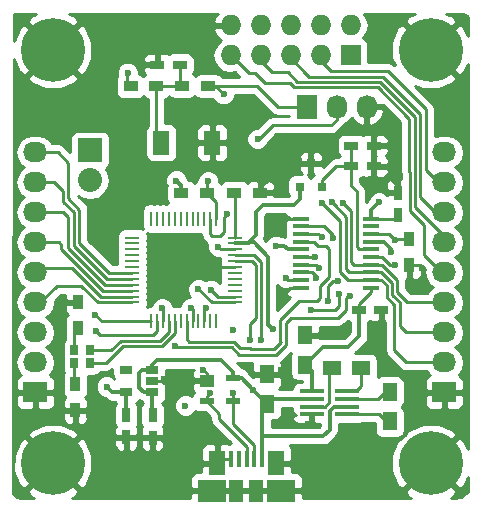
<source format=gtl>
G04 #@! TF.FileFunction,Copper,L1,Top,Signal*
%FSLAX46Y46*%
G04 Gerber Fmt 4.6, Leading zero omitted, Abs format (unit mm)*
G04 Created by KiCad (PCBNEW 4.0.2-stable) date 4/9/2016 9:23:23 PM*
%MOMM*%
G01*
G04 APERTURE LIST*
%ADD10C,0.100000*%
%ADD11C,5.400000*%
%ADD12R,0.750000X1.200000*%
%ADD13R,1.250000X1.500000*%
%ADD14R,1.500000X1.250000*%
%ADD15R,1.200000X0.750000*%
%ADD16R,1.727200X1.727200*%
%ADD17O,1.727200X1.727200*%
%ADD18R,1.200000X0.900000*%
%ADD19R,0.900000X1.200000*%
%ADD20R,1.060000X0.650000*%
%ADD21R,1.300000X0.250000*%
%ADD22R,0.250000X1.300000*%
%ADD23R,1.450000X0.450000*%
%ADD24R,0.800100X0.800100*%
%ADD25R,0.450000X1.380000*%
%ADD26R,1.475000X2.100000*%
%ADD27R,1.175000X1.900000*%
%ADD28R,2.375000X1.900000*%
%ADD29R,0.650000X0.850000*%
%ADD30R,2.032000X2.032000*%
%ADD31O,2.032000X2.032000*%
%ADD32R,1.727200X2.032000*%
%ADD33O,1.727200X2.032000*%
%ADD34R,2.000000X0.340000*%
%ADD35R,2.032000X1.727200*%
%ADD36O,2.032000X1.727200*%
%ADD37R,1.400000X2.000000*%
%ADD38R,1.300000X1.000000*%
%ADD39R,1.300000X0.600000*%
%ADD40C,0.600000*%
%ADD41C,0.250000*%
%ADD42C,0.300000*%
%ADD43C,0.350000*%
%ADD44C,0.254000*%
G04 APERTURE END LIST*
D10*
D11*
X84000000Y-124000000D03*
X116000000Y-124000000D03*
X116000000Y-89000000D03*
D12*
X92435680Y-119933680D03*
X92435680Y-121833680D03*
D13*
X102138480Y-118979000D03*
X102138480Y-116479000D03*
D12*
X90220800Y-119893040D03*
X90220800Y-121793040D03*
D13*
X112510000Y-117960000D03*
X112510000Y-120460000D03*
D14*
X110120000Y-115930000D03*
X107620000Y-115930000D03*
D15*
X94744580Y-90246200D03*
X92844580Y-90246200D03*
X109915920Y-111048800D03*
X111815920Y-111048800D03*
D12*
X113200000Y-103000000D03*
X113200000Y-101100000D03*
D13*
X105350000Y-115650000D03*
X105350000Y-113150000D03*
D15*
X109280000Y-97120000D03*
X111180000Y-97120000D03*
X109280000Y-98850000D03*
X111180000Y-98850000D03*
D16*
X109199680Y-89468960D03*
D17*
X109199680Y-86928960D03*
X106659680Y-89468960D03*
X106659680Y-86928960D03*
X104119680Y-89468960D03*
X104119680Y-86928960D03*
X101579680Y-89468960D03*
X101579680Y-86928960D03*
X99039680Y-89468960D03*
X99039680Y-86928960D03*
D18*
X99344300Y-101092000D03*
X101544300Y-101092000D03*
X94929780Y-92062300D03*
X97129780Y-92062300D03*
X90571140Y-92090240D03*
X92771140Y-92090240D03*
D19*
X114175000Y-105050000D03*
X114175000Y-107250000D03*
X85912960Y-119504640D03*
X85912960Y-117304640D03*
X86095840Y-110355200D03*
X86095840Y-112555200D03*
D18*
X97043420Y-101099620D03*
X94843420Y-101099620D03*
D20*
X92418080Y-117993200D03*
X92418080Y-117043200D03*
X92418080Y-116093200D03*
X90218080Y-116093200D03*
X90218080Y-117993200D03*
D21*
X99422200Y-110395200D03*
X99422200Y-109895200D03*
X99422200Y-109395200D03*
X99422200Y-108895200D03*
X99422200Y-108395200D03*
X99422200Y-107895200D03*
X99422200Y-107395200D03*
X99422200Y-106895200D03*
X99422200Y-106395200D03*
X99422200Y-105895200D03*
X99422200Y-105395200D03*
X99422200Y-104895200D03*
D22*
X97822200Y-103295200D03*
X97322200Y-103295200D03*
X96822200Y-103295200D03*
X96322200Y-103295200D03*
X95822200Y-103295200D03*
X95322200Y-103295200D03*
X94822200Y-103295200D03*
X94322200Y-103295200D03*
X93822200Y-103295200D03*
X93322200Y-103295200D03*
X92822200Y-103295200D03*
X92322200Y-103295200D03*
D21*
X90722200Y-104895200D03*
X90722200Y-105395200D03*
X90722200Y-105895200D03*
X90722200Y-106395200D03*
X90722200Y-106895200D03*
X90722200Y-107395200D03*
X90722200Y-107895200D03*
X90722200Y-108395200D03*
X90722200Y-108895200D03*
X90722200Y-109395200D03*
X90722200Y-109895200D03*
X90722200Y-110395200D03*
D22*
X92322200Y-111995200D03*
X92822200Y-111995200D03*
X93322200Y-111995200D03*
X93822200Y-111995200D03*
X94322200Y-111995200D03*
X94822200Y-111995200D03*
X95322200Y-111995200D03*
X95822200Y-111995200D03*
X96322200Y-111995200D03*
X96822200Y-111995200D03*
X97322200Y-111995200D03*
X97822200Y-111995200D03*
D23*
X105030480Y-103287640D03*
X105030480Y-103937640D03*
X105030480Y-104587640D03*
X105030480Y-105237640D03*
X105030480Y-105887640D03*
X105030480Y-106537640D03*
X105030480Y-107187640D03*
X105030480Y-107837640D03*
X105030480Y-108487640D03*
X105030480Y-109137640D03*
X110930480Y-109137640D03*
X110930480Y-108487640D03*
X110930480Y-107837640D03*
X110930480Y-107187640D03*
X110930480Y-106537640D03*
X110930480Y-105887640D03*
X110930480Y-105237640D03*
X110930480Y-104587640D03*
X110930480Y-103937640D03*
X110930480Y-103287640D03*
D24*
X104896880Y-100589080D03*
X106796880Y-100589080D03*
X105846880Y-98590100D03*
D25*
X101700640Y-123652280D03*
X101050640Y-123652280D03*
X100400640Y-123652280D03*
X99750640Y-123652280D03*
X99100640Y-123652280D03*
D26*
X102872540Y-124007880D03*
X97919540Y-124007880D03*
D27*
X99545140Y-126315280D03*
X101224540Y-126315280D03*
D28*
X97462340Y-126315280D03*
X103317040Y-126315280D03*
D29*
X85818380Y-115531900D03*
X85818380Y-114455600D03*
X87101680Y-115519200D03*
X87101680Y-114455600D03*
D30*
X87150000Y-97500000D03*
D31*
X87150000Y-100040000D03*
D32*
X105481120Y-93817440D03*
D33*
X108021120Y-93817440D03*
X110561120Y-93817440D03*
D34*
X108901360Y-117909700D03*
X105901360Y-117909700D03*
X108901360Y-118559700D03*
X105901360Y-118559700D03*
X108901360Y-119209700D03*
X105901360Y-119209700D03*
X108901360Y-119859700D03*
X105901360Y-119859700D03*
D35*
X82500000Y-118000000D03*
D36*
X82500000Y-115460000D03*
X82500000Y-112920000D03*
X82500000Y-110380000D03*
X82500000Y-107840000D03*
X82500000Y-105300000D03*
X82500000Y-102760000D03*
X82500000Y-100220000D03*
X82500000Y-97680000D03*
D37*
X97487280Y-96867980D03*
X93175280Y-96867980D03*
D11*
X84000000Y-89000000D03*
D35*
X117124480Y-118000000D03*
D36*
X117124480Y-115460000D03*
X117124480Y-112920000D03*
X117124480Y-110380000D03*
X117124480Y-107840000D03*
X117124480Y-105300000D03*
X117124480Y-102760000D03*
X117124480Y-100220000D03*
X117124480Y-97680000D03*
D38*
X97043240Y-117006700D03*
D39*
X99251340Y-118757700D03*
X99251340Y-116814600D03*
X97043240Y-118757700D03*
D40*
X87625000Y-112800000D03*
X100949740Y-117790260D03*
X102610000Y-112640000D03*
X103500000Y-109740000D03*
X103140000Y-103570000D03*
X99530000Y-97450000D03*
X112620000Y-99890000D03*
X110900000Y-99900000D03*
X98014000Y-107180000D03*
X102078000Y-100068000D03*
X115286000Y-107434000D03*
X105634000Y-120642000D03*
X103348000Y-116070000D03*
X106904000Y-113022000D03*
X111476000Y-112260000D03*
X104872000Y-98290000D03*
X91156000Y-89908000D03*
X93442000Y-116832000D03*
X96744000Y-116070000D03*
X93696000Y-122420000D03*
X87092000Y-119880000D03*
X102880000Y-105580000D03*
X99240000Y-112710000D03*
X88550000Y-117510000D03*
X111630000Y-101880000D03*
X94458000Y-100068000D03*
X112660000Y-106150000D03*
X95220000Y-119118000D03*
X97375000Y-109300000D03*
X96325000Y-109275000D03*
X98450000Y-92775000D03*
X97150000Y-100100000D03*
X101325000Y-96550000D03*
X98725000Y-102900000D03*
X106825000Y-101950000D03*
X107625000Y-101875000D03*
X108575000Y-101975000D03*
X113000000Y-107180000D03*
X106220000Y-106520000D03*
X106550000Y-107500000D03*
X106275000Y-108325000D03*
X103700000Y-108300000D03*
X87550000Y-111425000D03*
X90325000Y-90950000D03*
X97975000Y-105675000D03*
X94325000Y-114075000D03*
X109190000Y-109810000D03*
X112950000Y-105100000D03*
X93250000Y-110900000D03*
X108260000Y-109710000D03*
X107700000Y-104950000D03*
X105888000Y-110990000D03*
X95700000Y-110825000D03*
X108140000Y-108600000D03*
X107300000Y-110290000D03*
X106750000Y-104850000D03*
X96950000Y-110875000D03*
X101625000Y-113550000D03*
X99250000Y-118025000D03*
X100675000Y-113550000D03*
X97275000Y-118050000D03*
D41*
X92822200Y-111995200D02*
X92822200Y-112827800D01*
X87975000Y-113150000D02*
X87625000Y-112800000D01*
X92500000Y-113150000D02*
X87975000Y-113150000D01*
X92822200Y-112827800D02*
X92500000Y-113150000D01*
D42*
X100585000Y-105395200D02*
X100585000Y-105290000D01*
X100990000Y-105290000D02*
X100585000Y-105290000D01*
X102230000Y-106530000D02*
X100990000Y-105290000D01*
X102230000Y-112260000D02*
X102230000Y-106530000D01*
X102610000Y-112640000D02*
X102230000Y-112260000D01*
X101700640Y-121700000D02*
X106875000Y-121700000D01*
X107787054Y-119209700D02*
X108901360Y-119209700D01*
X107425000Y-119571754D02*
X107787054Y-119209700D01*
X107425000Y-121150000D02*
X107425000Y-119571754D01*
X106875000Y-121700000D02*
X107425000Y-121150000D01*
X99422200Y-105395200D02*
X100585000Y-105395200D01*
X100585000Y-105395200D02*
X100479800Y-105395200D01*
X104896880Y-101653120D02*
X104896880Y-100589080D01*
X104400000Y-102150000D02*
X104896880Y-101653120D01*
X101800000Y-102150000D02*
X104400000Y-102150000D01*
X101175000Y-102775000D02*
X101800000Y-102150000D01*
X101175000Y-104700000D02*
X101175000Y-102775000D01*
X100479800Y-105395200D02*
X101175000Y-104700000D01*
D43*
X92418080Y-117993200D02*
X92418080Y-119916080D01*
X92418080Y-119916080D02*
X92435680Y-119933680D01*
X92418080Y-117993200D02*
X91693200Y-117993200D01*
X91556800Y-116093200D02*
X92418080Y-116093200D01*
X91300000Y-116350000D02*
X91556800Y-116093200D01*
X91300000Y-117600000D02*
X91300000Y-116350000D01*
X91693200Y-117993200D02*
X91300000Y-117600000D01*
X92418080Y-116093200D02*
X92418080Y-115706920D01*
X99251340Y-116301340D02*
X99251340Y-116814600D01*
X98225000Y-115275000D02*
X99251340Y-116301340D01*
X92850000Y-115275000D02*
X98225000Y-115275000D01*
X92418080Y-115706920D02*
X92850000Y-115275000D01*
X105901360Y-118559700D02*
X102557780Y-118559700D01*
X102557780Y-118559700D02*
X102138480Y-118979000D01*
X99251340Y-116814600D02*
X99974080Y-116814600D01*
X99974080Y-116814600D02*
X100949740Y-117790260D01*
X100949740Y-117790260D02*
X102138480Y-118979000D01*
X101700640Y-123652280D02*
X101700640Y-121700000D01*
X101700640Y-121700000D02*
X101700640Y-119416840D01*
X101700640Y-119416840D02*
X102138480Y-118979000D01*
D41*
X99100640Y-123652280D02*
X98275140Y-123652280D01*
X98275140Y-123652280D02*
X97919540Y-124007880D01*
X105030480Y-109137640D02*
X104102360Y-109137640D01*
X104102360Y-109137640D02*
X103500000Y-109740000D01*
X105030480Y-103287640D02*
X103492360Y-103287640D01*
X103210000Y-103570000D02*
X103140000Y-103570000D01*
X103492360Y-103287640D02*
X103210000Y-103570000D01*
X97487280Y-96867980D02*
X98947980Y-96867980D01*
X98947980Y-96867980D02*
X99530000Y-97450000D01*
X113200000Y-101100000D02*
X113200000Y-100490000D01*
X112620000Y-99910000D02*
X112620000Y-99890000D01*
X113200000Y-100490000D02*
X112620000Y-99910000D01*
X111180000Y-97120000D02*
X111180000Y-98840000D01*
X111180000Y-98840000D02*
X111160000Y-98860000D01*
X111160000Y-98860000D02*
X111160000Y-99640000D01*
X111160000Y-99640000D02*
X110900000Y-99900000D01*
X99422200Y-107395200D02*
X98229200Y-107395200D01*
X98229200Y-107395200D02*
X98014000Y-107180000D01*
X101544300Y-101092000D02*
X101544300Y-100601700D01*
X101544300Y-100601700D02*
X102078000Y-100068000D01*
X114175000Y-107250000D02*
X115102000Y-107250000D01*
X115102000Y-107250000D02*
X115286000Y-107434000D01*
X114175000Y-107250000D02*
X114175000Y-107085000D01*
X105901360Y-119859700D02*
X105901360Y-120374640D01*
X105901360Y-120374640D02*
X105634000Y-120642000D01*
X102138480Y-116479000D02*
X102939000Y-116479000D01*
X102939000Y-116479000D02*
X103348000Y-116070000D01*
X105350000Y-113150000D02*
X106776000Y-113150000D01*
X106776000Y-113150000D02*
X106904000Y-113022000D01*
X111815920Y-111048800D02*
X111815920Y-111920080D01*
X111815920Y-111920080D02*
X111476000Y-112260000D01*
X105846880Y-98590100D02*
X105172100Y-98590100D01*
X105172100Y-98590100D02*
X104872000Y-98290000D01*
X113187680Y-101112320D02*
X113200000Y-101100000D01*
X92844580Y-90246200D02*
X91494200Y-90246200D01*
X91494200Y-90246200D02*
X91156000Y-89908000D01*
X92418080Y-117043200D02*
X93230800Y-117043200D01*
X93230800Y-117043200D02*
X93442000Y-116832000D01*
X97043240Y-117006700D02*
X97043240Y-116369240D01*
X97043240Y-116369240D02*
X96744000Y-116070000D01*
X92435680Y-121833680D02*
X93109680Y-121833680D01*
X93109680Y-121833680D02*
X93696000Y-122420000D01*
X85912960Y-119504640D02*
X86716640Y-119504640D01*
X86716640Y-119504640D02*
X87092000Y-119880000D01*
X90220800Y-121793040D02*
X92395040Y-121793040D01*
X92395040Y-121793040D02*
X92435680Y-121833680D01*
D42*
X105030480Y-105887640D02*
X103897640Y-105887640D01*
X103590000Y-105580000D02*
X102880000Y-105580000D01*
X103897640Y-105887640D02*
X103590000Y-105580000D01*
X90218080Y-117993200D02*
X89033200Y-117993200D01*
X89033200Y-117993200D02*
X88550000Y-117510000D01*
X110930480Y-103287640D02*
X110930480Y-102579520D01*
X110930480Y-102579520D02*
X111630000Y-101880000D01*
X94843420Y-101099620D02*
X94843420Y-100453420D01*
X94843420Y-100453420D02*
X94458000Y-100068000D01*
X110930480Y-105237640D02*
X112073640Y-105237640D01*
X112660000Y-105896000D02*
X112660000Y-106150000D01*
X112073640Y-105237640D02*
X112660000Y-105896000D01*
D43*
X90218080Y-117993200D02*
X90218080Y-119890320D01*
X90218080Y-119890320D02*
X90220800Y-119893040D01*
D41*
X110930480Y-103287640D02*
X112912360Y-103287640D01*
X112912360Y-103287640D02*
X113200000Y-103000000D01*
X108901360Y-118559700D02*
X111533500Y-118559700D01*
X111533500Y-118559700D02*
X112179100Y-117914100D01*
X108901360Y-119859700D02*
X111624700Y-119859700D01*
X111624700Y-119859700D02*
X112179100Y-120414100D01*
X108901360Y-117909700D02*
X109650300Y-117909700D01*
X109650300Y-117909700D02*
X110120000Y-117440000D01*
X110120000Y-117440000D02*
X110120000Y-115930000D01*
X108901360Y-117909700D02*
X109615300Y-117909700D01*
X105901360Y-119209700D02*
X107000300Y-119209700D01*
X107360000Y-118850000D02*
X107360000Y-116190000D01*
X107000300Y-119209700D02*
X107360000Y-118850000D01*
X107360000Y-116190000D02*
X107620000Y-115930000D01*
X94929780Y-92062300D02*
X92799080Y-92062300D01*
X92799080Y-92062300D02*
X92771140Y-92090240D01*
X94744580Y-90246200D02*
X94744580Y-91877100D01*
X94744580Y-91877100D02*
X94929780Y-92062300D01*
X92771140Y-92090240D02*
X92771140Y-96463840D01*
X92771140Y-96463840D02*
X93175280Y-96867980D01*
D42*
X105350000Y-115650000D02*
X106840000Y-114160000D01*
X109920000Y-111510000D02*
X109915920Y-111505920D01*
X109920000Y-113230000D02*
X109920000Y-111510000D01*
X108990000Y-114160000D02*
X109920000Y-113230000D01*
X106840000Y-114160000D02*
X108990000Y-114160000D01*
X109915920Y-111048800D02*
X109915920Y-111505920D01*
D41*
X110930480Y-109137640D02*
X110930480Y-109494520D01*
X109915920Y-110509080D02*
X109915920Y-111048800D01*
X110930480Y-109494520D02*
X109915920Y-110509080D01*
D43*
X105901360Y-117909700D02*
X105901360Y-116201360D01*
X105901360Y-116201360D02*
X105350000Y-115650000D01*
D41*
X109280000Y-97120000D02*
X109280000Y-98850000D01*
X106796880Y-100589080D02*
X106796880Y-100063120D01*
X108010000Y-98850000D02*
X109270000Y-98850000D01*
X106796880Y-100063120D02*
X108010000Y-98850000D01*
X110930480Y-105887640D02*
X109957640Y-105887640D01*
X109270000Y-100540000D02*
X109270000Y-97130000D01*
X109725000Y-100995000D02*
X109270000Y-100540000D01*
X109725000Y-105655000D02*
X109725000Y-100995000D01*
X109957640Y-105887640D02*
X109725000Y-105655000D01*
X109270000Y-97130000D02*
X109280000Y-97120000D01*
X99422200Y-109895200D02*
X97970200Y-109895200D01*
X97970200Y-109895200D02*
X97375000Y-109300000D01*
X99422200Y-110395200D02*
X97445200Y-110395200D01*
X97445200Y-110395200D02*
X96325000Y-109275000D01*
X105481120Y-93817440D02*
X103017440Y-93817440D01*
X103017440Y-93817440D02*
X101262300Y-92062300D01*
X97043420Y-101099620D02*
X97043420Y-100181580D01*
X97762300Y-92062300D02*
X97129780Y-92062300D01*
X98450000Y-92750000D02*
X97762300Y-92062300D01*
X98450000Y-92775000D02*
X98450000Y-92750000D01*
X97125000Y-100100000D02*
X97150000Y-100100000D01*
X97043420Y-100181580D02*
X97125000Y-100100000D01*
X97822200Y-103295200D02*
X97822200Y-101878400D01*
X97822200Y-101878400D02*
X97043420Y-101099620D01*
X97129780Y-92062300D02*
X101262300Y-92062300D01*
X108021120Y-94903880D02*
X108021120Y-93817440D01*
X107525000Y-95400000D02*
X108021120Y-94903880D01*
X102600000Y-95400000D02*
X107525000Y-95400000D01*
X101425000Y-96575000D02*
X102600000Y-95400000D01*
X101350000Y-96575000D02*
X101425000Y-96575000D01*
X101325000Y-96550000D02*
X101350000Y-96575000D01*
X98500000Y-103125000D02*
X98725000Y-102900000D01*
X98500000Y-104425000D02*
X98500000Y-103125000D01*
X98125000Y-104800000D02*
X98500000Y-104425000D01*
X97500000Y-104800000D02*
X98125000Y-104800000D01*
X97322200Y-104622200D02*
X97500000Y-104800000D01*
X97322200Y-103295200D02*
X97322200Y-104622200D01*
X107400000Y-102575000D02*
X106875000Y-102050000D01*
X106875000Y-102050000D02*
X106825000Y-102050000D01*
X106825000Y-102050000D02*
X106825000Y-101950000D01*
X109012640Y-108487640D02*
X108350000Y-107825000D01*
X108350000Y-107825000D02*
X108350000Y-103525000D01*
X108350000Y-103525000D02*
X107400000Y-102575000D01*
X107400000Y-102575000D02*
X107400000Y-102575000D01*
X110930480Y-108487640D02*
X109012640Y-108487640D01*
X110930480Y-108487640D02*
X111812640Y-108487640D01*
X113910000Y-115460000D02*
X117124480Y-115460000D01*
X112900000Y-114450000D02*
X113910000Y-115460000D01*
X112900000Y-110575000D02*
X112900000Y-114450000D01*
X112250000Y-109925000D02*
X112900000Y-110575000D01*
X112250000Y-108925000D02*
X112250000Y-109925000D01*
X111812640Y-108487640D02*
X112250000Y-108925000D01*
X107850002Y-102150002D02*
X107850002Y-102100002D01*
X109037642Y-107837640D02*
X108800002Y-107600000D01*
X108800002Y-107600000D02*
X108800002Y-103125000D01*
X108800002Y-103125000D02*
X107850002Y-102175000D01*
X107850002Y-102175000D02*
X107850002Y-102150002D01*
X110930480Y-107837640D02*
X109037642Y-107837640D01*
X107850002Y-102100002D02*
X107625000Y-101875000D01*
X110930480Y-107837640D02*
X111799038Y-107837640D01*
X113870000Y-112920000D02*
X117124480Y-112920000D01*
X113350002Y-112400002D02*
X113870000Y-112920000D01*
X113350002Y-110388604D02*
X113350002Y-112400002D01*
X112700002Y-109738604D02*
X113350002Y-110388604D01*
X112700002Y-108738604D02*
X112700002Y-109738604D01*
X111799038Y-107837640D02*
X112700002Y-108738604D01*
X109274998Y-102649998D02*
X109249998Y-102649998D01*
X109512644Y-107187640D02*
X109274998Y-106949994D01*
X109274998Y-106949994D02*
X109274998Y-102649998D01*
X110930480Y-107187640D02*
X109512644Y-107187640D01*
X109249998Y-102649998D02*
X108575000Y-101975000D01*
X110930480Y-107187640D02*
X111887640Y-107187640D01*
X114005000Y-110380000D02*
X117124480Y-110380000D01*
X113150004Y-109525004D02*
X114005000Y-110380000D01*
X113150004Y-108450004D02*
X113150004Y-109525004D01*
X111887640Y-107187640D02*
X113150004Y-108450004D01*
X110930480Y-106537640D02*
X111874038Y-106537640D01*
X112516398Y-107180000D02*
X113000000Y-107180000D01*
X111874038Y-106537640D02*
X112516398Y-107180000D01*
X114182903Y-95117097D02*
X114182903Y-94817097D01*
X115400000Y-106400000D02*
X115400000Y-103860000D01*
X115400000Y-103860000D02*
X114199994Y-102659994D01*
X114199994Y-102659994D02*
X114199994Y-99375000D01*
X114199994Y-99375000D02*
X114182903Y-99357909D01*
X114182903Y-99357909D02*
X114182903Y-95117097D01*
X116840000Y-107840000D02*
X115400000Y-106400000D01*
X100570720Y-91000000D02*
X99039680Y-89468960D01*
X101150000Y-91000000D02*
X100570720Y-91000000D01*
X101975000Y-91825000D02*
X101150000Y-91000000D01*
X104050000Y-91825000D02*
X101975000Y-91825000D01*
X104400006Y-92175006D02*
X104050000Y-91825000D01*
X111540812Y-92175006D02*
X104400006Y-92175006D01*
X114182903Y-94817097D02*
X111540812Y-92175006D01*
X117124480Y-107840000D02*
X116840000Y-107840000D01*
X106220000Y-106520000D02*
X105048120Y-106520000D01*
X105048120Y-106520000D02*
X105030480Y-106537640D01*
X106220000Y-106520000D02*
X106220000Y-106645000D01*
X114649996Y-94975000D02*
X114649996Y-94647792D01*
X102525000Y-90900000D02*
X101579680Y-89954680D01*
X103875000Y-90900000D02*
X102525000Y-90900000D01*
X104700004Y-91725004D02*
X103875000Y-90900000D01*
X111727208Y-91725004D02*
X104700004Y-91725004D01*
X114649996Y-94647792D02*
X111727208Y-91725004D01*
X101579680Y-89954680D02*
X101579680Y-89468960D01*
X117124480Y-105300000D02*
X117610000Y-105300000D01*
X117610000Y-105300000D02*
X114649996Y-102339996D01*
X114649996Y-97800000D02*
X114649996Y-94975000D01*
X114649996Y-94975000D02*
X114649996Y-94950000D01*
X114649996Y-102339996D02*
X114649996Y-97800000D01*
X105030480Y-107187640D02*
X106237640Y-107187640D01*
X106237640Y-107187640D02*
X106550000Y-107500000D01*
X104119680Y-89468960D02*
X104119680Y-89694680D01*
X104119680Y-89694680D02*
X105375000Y-90950000D01*
X116385000Y-102760000D02*
X115099998Y-101474998D01*
X115099998Y-101474998D02*
X115099998Y-94461396D01*
X115099998Y-94461396D02*
X111913604Y-91275002D01*
X111913604Y-91275002D02*
X105700002Y-91275002D01*
X105700002Y-91275002D02*
X105375000Y-90950000D01*
X105375000Y-90950000D02*
X105375000Y-90925000D01*
X117124480Y-102760000D02*
X116385000Y-102760000D01*
X105030480Y-107837640D02*
X105962640Y-107837640D01*
X106275000Y-108150000D02*
X106275000Y-108325000D01*
X105962640Y-107837640D02*
X106275000Y-108150000D01*
X106250000Y-108325000D02*
X106237360Y-108337640D01*
X106275000Y-108325000D02*
X106250000Y-108325000D01*
X106659680Y-89468960D02*
X106659680Y-89909680D01*
X106659680Y-89909680D02*
X107125000Y-90375000D01*
X112375000Y-90825000D02*
X107575000Y-90825000D01*
X115550000Y-94000000D02*
X112375000Y-90825000D01*
X115550000Y-99150000D02*
X115550000Y-94000000D01*
X115550000Y-99150000D02*
X116620000Y-100220000D01*
X107575000Y-90825000D02*
X107125000Y-90375000D01*
X117124480Y-100220000D02*
X116620000Y-100220000D01*
X105030480Y-108487640D02*
X103887640Y-108487640D01*
X103887640Y-108487640D02*
X103700000Y-108300000D01*
X92322200Y-111995200D02*
X88145200Y-111995200D01*
X87575000Y-111425000D02*
X87550000Y-111425000D01*
X88145200Y-111995200D02*
X87575000Y-111425000D01*
X90722200Y-110395200D02*
X87820200Y-110395200D01*
X84350000Y-108975000D02*
X82945000Y-110380000D01*
X86400000Y-108975000D02*
X84350000Y-108975000D01*
X87820200Y-110395200D02*
X86400000Y-108975000D01*
X82945000Y-110380000D02*
X82500000Y-110380000D01*
X90722200Y-109895200D02*
X88097404Y-109895200D01*
X85652204Y-107450000D02*
X82890000Y-107450000D01*
X88097404Y-109895200D02*
X85652204Y-107450000D01*
X82890000Y-107450000D02*
X82500000Y-107840000D01*
X90722200Y-109395200D02*
X88233802Y-109395200D01*
X84475000Y-105300000D02*
X82500000Y-105300000D01*
X84700000Y-105525000D02*
X84475000Y-105300000D01*
X84700000Y-105861398D02*
X84700000Y-105525000D01*
X88233802Y-109395200D02*
X84700000Y-105861398D01*
X90722200Y-108895200D02*
X88370200Y-108895200D01*
X84860000Y-102760000D02*
X82500000Y-102760000D01*
X85250000Y-103150000D02*
X84860000Y-102760000D01*
X85250000Y-105775000D02*
X85250000Y-103150000D01*
X88370200Y-108895200D02*
X85250000Y-105775000D01*
X90722200Y-108395200D02*
X88595200Y-108395200D01*
X84095000Y-100220000D02*
X82500000Y-100220000D01*
X84849998Y-100974998D02*
X84095000Y-100220000D01*
X84849998Y-101849998D02*
X84849998Y-100974998D01*
X85775000Y-102775000D02*
X84849998Y-101849998D01*
X85775000Y-105575000D02*
X85775000Y-102775000D01*
X88595200Y-108395200D02*
X85775000Y-105575000D01*
X90722200Y-107895200D02*
X88745200Y-107895200D01*
X84430000Y-97680000D02*
X82500000Y-97680000D01*
X85300000Y-98550000D02*
X84430000Y-97680000D01*
X85300000Y-101575000D02*
X85300000Y-98550000D01*
X86250000Y-102525000D02*
X85300000Y-101575000D01*
X86250000Y-105400000D02*
X86250000Y-102525000D01*
X88745200Y-107895200D02*
X86250000Y-105400000D01*
X99422200Y-104895200D02*
X99422200Y-101169900D01*
X99422200Y-101169900D02*
X99344300Y-101092000D01*
X99422200Y-105895200D02*
X98195200Y-105895200D01*
X90300000Y-90975000D02*
X90300000Y-91819100D01*
X90325000Y-90950000D02*
X90300000Y-90975000D01*
X98195200Y-105895200D02*
X97975000Y-105675000D01*
X90300000Y-91819100D02*
X90571140Y-92090240D01*
X108800000Y-111020000D02*
X108800000Y-110030000D01*
X94325000Y-114075000D02*
X94325000Y-114050000D01*
X94325000Y-114050000D02*
X94225000Y-114150000D01*
X94225000Y-114150000D02*
X99125000Y-114150000D01*
X99125000Y-114150000D02*
X99775000Y-114800000D01*
X99775000Y-114800000D02*
X102925000Y-114800000D01*
X102925000Y-114800000D02*
X103750000Y-113975000D01*
X103750000Y-113975000D02*
X103750000Y-112100000D01*
X103750000Y-112100000D02*
X104140000Y-111710000D01*
X104140000Y-111710000D02*
X108110000Y-111710000D01*
X108110000Y-111710000D02*
X108800000Y-111020000D01*
X109020000Y-109810000D02*
X109190000Y-109810000D01*
X108800000Y-110030000D02*
X109020000Y-109810000D01*
X112975000Y-105075000D02*
X112975000Y-105050000D01*
X112950000Y-105100000D02*
X112975000Y-105075000D01*
X93322200Y-111995200D02*
X93322200Y-110972200D01*
X93322200Y-110972200D02*
X93250000Y-110900000D01*
X114175000Y-105050000D02*
X112975000Y-105050000D01*
X112975000Y-105050000D02*
X112900000Y-105050000D01*
X112900000Y-105050000D02*
X112437640Y-104587640D01*
X112437640Y-104587640D02*
X110930480Y-104587640D01*
X108260000Y-109710000D02*
X108260000Y-110650000D01*
X107920000Y-110990000D02*
X105888000Y-110990000D01*
X108260000Y-110650000D02*
X107920000Y-110990000D01*
X108260000Y-109710000D02*
X108200000Y-109770000D01*
X107700000Y-104650000D02*
X107700000Y-104950000D01*
X106987640Y-103937640D02*
X107700000Y-104650000D01*
X106987640Y-103937640D02*
X105030480Y-103937640D01*
X105888000Y-111010000D02*
X105888000Y-110990000D01*
X95822200Y-111995200D02*
X95822200Y-110947200D01*
X95822200Y-110947200D02*
X95700000Y-110825000D01*
X85818380Y-115531900D02*
X85818380Y-117210060D01*
X85818380Y-117210060D02*
X85912960Y-117304640D01*
X85818380Y-114455600D02*
X85818380Y-112832660D01*
X85818380Y-112832660D02*
X86095840Y-112555200D01*
X108140000Y-108600000D02*
X107730000Y-108600000D01*
X107730000Y-108600000D02*
X107310000Y-109020000D01*
X107310000Y-109020000D02*
X107310000Y-110180000D01*
X107310000Y-110180000D02*
X107300000Y-110190000D01*
X107300000Y-110190000D02*
X107300000Y-110290000D01*
X105030480Y-104587640D02*
X106487640Y-104587640D01*
X106487640Y-104587640D02*
X106750000Y-104850000D01*
X96822200Y-111995200D02*
X96822200Y-111002800D01*
X96822200Y-111002800D02*
X96950000Y-110875000D01*
X94322200Y-111995200D02*
X94322200Y-113014198D01*
X88517198Y-115519200D02*
X87101680Y-115519200D01*
X89961396Y-114075002D02*
X88517198Y-115519200D01*
X93261396Y-114075002D02*
X89961396Y-114075002D01*
X94322200Y-113014198D02*
X93261396Y-114075002D01*
X87101680Y-114455600D02*
X88944400Y-114455600D01*
X93822200Y-112877800D02*
X93822200Y-111995200D01*
X93075000Y-113625000D02*
X93822200Y-112877800D01*
X89775000Y-113625000D02*
X93075000Y-113625000D01*
X88944400Y-114455600D02*
X89775000Y-113625000D01*
X103249999Y-112006000D02*
X103249999Y-111850001D01*
X107412000Y-108196000D02*
X107412000Y-105832000D01*
X106650000Y-108958000D02*
X107412000Y-108196000D01*
X106650000Y-109974000D02*
X106650000Y-108958000D01*
X106396000Y-110228000D02*
X106650000Y-109974000D01*
X104872000Y-110228000D02*
X106396000Y-110228000D01*
X103249999Y-111850001D02*
X104872000Y-110228000D01*
X103249999Y-113799999D02*
X103249999Y-112006000D01*
X103249999Y-112006000D02*
X103249999Y-111963603D01*
X107160000Y-105580000D02*
X107170000Y-105580000D01*
X106107640Y-105237640D02*
X106450000Y-105580000D01*
X106450000Y-105580000D02*
X107170000Y-105580000D01*
X105030480Y-105237640D02*
X106107640Y-105237640D01*
X107412000Y-105832000D02*
X107160000Y-105580000D01*
X99818199Y-114206801D02*
X100656803Y-114206801D01*
X95322200Y-113497200D02*
X95524998Y-113699998D01*
X95524998Y-113699998D02*
X99311396Y-113699998D01*
X99311396Y-113699998D02*
X99818199Y-114206801D01*
X95322200Y-111995200D02*
X95322200Y-113497200D01*
X102700000Y-114349998D02*
X103249999Y-113799999D01*
X103249999Y-113799999D02*
X103299998Y-113750000D01*
X100800000Y-114349998D02*
X102700000Y-114349998D01*
X100656803Y-114206801D02*
X100800000Y-114349998D01*
X99251340Y-118757700D02*
X99251340Y-118026340D01*
X101045200Y-106395200D02*
X99422200Y-106395200D01*
X101650000Y-107000000D02*
X101045200Y-106395200D01*
X101650000Y-113525000D02*
X101650000Y-107000000D01*
X101625000Y-113550000D02*
X101650000Y-113525000D01*
X99251340Y-118026340D02*
X99250000Y-118025000D01*
X101050640Y-123652280D02*
X101050640Y-122447600D01*
X99251340Y-120648300D02*
X99251340Y-118757700D01*
X101050640Y-122447600D02*
X99251340Y-120648300D01*
X97043240Y-118757700D02*
X97043240Y-118306760D01*
X100870200Y-106895200D02*
X99422200Y-106895200D01*
X101199998Y-107224998D02*
X100870200Y-106895200D01*
X101199998Y-110300000D02*
X101199998Y-107224998D01*
X101175000Y-110324998D02*
X101199998Y-110300000D01*
X101175000Y-111750000D02*
X101175000Y-110324998D01*
X100675000Y-112250000D02*
X101175000Y-111750000D01*
X100675000Y-113550000D02*
X100675000Y-112250000D01*
X97275000Y-118075000D02*
X97275000Y-118050000D01*
X97043240Y-118306760D02*
X97275000Y-118075000D01*
X100400640Y-123652280D02*
X100400640Y-122597700D01*
X98099880Y-119814340D02*
X97043240Y-118757700D01*
X98099880Y-120296940D02*
X98099880Y-119814340D01*
X100400640Y-122597700D02*
X98099880Y-120296940D01*
D44*
G36*
X119099041Y-86169387D02*
X119122902Y-86203602D01*
X119122509Y-87824156D01*
X118830883Y-87116284D01*
X118823659Y-87105472D01*
X118380191Y-86799414D01*
X116179605Y-89000000D01*
X118380191Y-91200586D01*
X118823659Y-90894528D01*
X119121938Y-90178294D01*
X119114027Y-122803569D01*
X118830883Y-122116284D01*
X118823659Y-122105472D01*
X118380191Y-121799414D01*
X116179605Y-124000000D01*
X118380191Y-126200586D01*
X118823659Y-125894528D01*
X119113447Y-125198684D01*
X119113154Y-126407700D01*
X119000374Y-126557870D01*
X118530939Y-126835415D01*
X117978456Y-126913976D01*
X117681463Y-126914206D01*
X117883716Y-126830883D01*
X117894528Y-126823659D01*
X118200586Y-126380191D01*
X116000000Y-124179605D01*
X113799414Y-126380191D01*
X114105472Y-126823659D01*
X114329128Y-126916802D01*
X105139540Y-126923916D01*
X105139540Y-126601030D01*
X104980790Y-126442280D01*
X103444040Y-126442280D01*
X103444040Y-126462280D01*
X103190040Y-126462280D01*
X103190040Y-126442280D01*
X101351540Y-126442280D01*
X101351540Y-126462280D01*
X101097540Y-126462280D01*
X101097540Y-126442280D01*
X99672140Y-126442280D01*
X99672140Y-126462280D01*
X99418140Y-126462280D01*
X99418140Y-126442280D01*
X97589340Y-126442280D01*
X97589340Y-126462280D01*
X97335340Y-126462280D01*
X97335340Y-126442280D01*
X95798590Y-126442280D01*
X95639840Y-126601030D01*
X95639840Y-126930000D01*
X85643126Y-126930000D01*
X85883716Y-126830883D01*
X85894528Y-126823659D01*
X86200586Y-126380191D01*
X84000000Y-124179605D01*
X81799414Y-126380191D01*
X82105472Y-126823659D01*
X82360820Y-126930000D01*
X81324683Y-126930000D01*
X80963346Y-126864101D01*
X80730961Y-126714133D01*
X80618259Y-126551154D01*
X80622853Y-124656995D01*
X80663738Y-124656995D01*
X81169117Y-125883716D01*
X81176341Y-125894528D01*
X81619809Y-126200586D01*
X83820395Y-124000000D01*
X84179605Y-124000000D01*
X86380191Y-126200586D01*
X86823659Y-125894528D01*
X87333725Y-124669748D01*
X87336262Y-123343005D01*
X86830883Y-122116284D01*
X86823659Y-122105472D01*
X86784998Y-122078790D01*
X89210800Y-122078790D01*
X89210800Y-122519349D01*
X89307473Y-122752738D01*
X89486101Y-122931367D01*
X89719490Y-123028040D01*
X89935050Y-123028040D01*
X90093800Y-122869290D01*
X90093800Y-121920040D01*
X90347800Y-121920040D01*
X90347800Y-122869290D01*
X90506550Y-123028040D01*
X90722110Y-123028040D01*
X90955499Y-122931367D01*
X91134127Y-122752738D01*
X91230800Y-122519349D01*
X91230800Y-122119430D01*
X91425680Y-122119430D01*
X91425680Y-122559989D01*
X91522353Y-122793378D01*
X91700981Y-122972007D01*
X91934370Y-123068680D01*
X92149930Y-123068680D01*
X92308680Y-122909930D01*
X92308680Y-121960680D01*
X92562680Y-121960680D01*
X92562680Y-122909930D01*
X92721430Y-123068680D01*
X92936990Y-123068680D01*
X93170379Y-122972007D01*
X93310814Y-122831571D01*
X96547040Y-122831571D01*
X96547040Y-123722130D01*
X96705790Y-123880880D01*
X97792540Y-123880880D01*
X97792540Y-122481630D01*
X97633790Y-122322880D01*
X97055730Y-122322880D01*
X96822341Y-122419553D01*
X96643713Y-122598182D01*
X96547040Y-122831571D01*
X93310814Y-122831571D01*
X93349007Y-122793378D01*
X93445680Y-122559989D01*
X93445680Y-122119430D01*
X93286930Y-121960680D01*
X92562680Y-121960680D01*
X92308680Y-121960680D01*
X91584430Y-121960680D01*
X91425680Y-122119430D01*
X91230800Y-122119430D01*
X91230800Y-122078790D01*
X91072050Y-121920040D01*
X90347800Y-121920040D01*
X90093800Y-121920040D01*
X89369550Y-121920040D01*
X89210800Y-122078790D01*
X86784998Y-122078790D01*
X86380191Y-121799414D01*
X84179605Y-124000000D01*
X83820395Y-124000000D01*
X81619809Y-121799414D01*
X81176341Y-122105472D01*
X80666275Y-123330252D01*
X80663738Y-124656995D01*
X80622853Y-124656995D01*
X80630219Y-121619809D01*
X81799414Y-121619809D01*
X84000000Y-123820395D01*
X86200586Y-121619809D01*
X85894528Y-121176341D01*
X84669748Y-120666275D01*
X83343005Y-120663738D01*
X82116284Y-121169117D01*
X82105472Y-121176341D01*
X81799414Y-121619809D01*
X80630219Y-121619809D01*
X80634656Y-119790390D01*
X84827960Y-119790390D01*
X84827960Y-120230949D01*
X84924633Y-120464338D01*
X85103261Y-120642967D01*
X85336650Y-120739640D01*
X85627210Y-120739640D01*
X85785960Y-120580890D01*
X85785960Y-119631640D01*
X86039960Y-119631640D01*
X86039960Y-120580890D01*
X86198710Y-120739640D01*
X86489270Y-120739640D01*
X86722659Y-120642967D01*
X86901287Y-120464338D01*
X86997960Y-120230949D01*
X86997960Y-119790390D01*
X86839210Y-119631640D01*
X86039960Y-119631640D01*
X85785960Y-119631640D01*
X84986710Y-119631640D01*
X84827960Y-119790390D01*
X80634656Y-119790390D01*
X80638306Y-118285750D01*
X80849000Y-118285750D01*
X80849000Y-118989910D01*
X80945673Y-119223299D01*
X81124302Y-119401927D01*
X81357691Y-119498600D01*
X82214250Y-119498600D01*
X82373000Y-119339850D01*
X82373000Y-118127000D01*
X82627000Y-118127000D01*
X82627000Y-119339850D01*
X82785750Y-119498600D01*
X83642309Y-119498600D01*
X83875698Y-119401927D01*
X84054327Y-119223299D01*
X84151000Y-118989910D01*
X84151000Y-118285750D01*
X83992250Y-118127000D01*
X82627000Y-118127000D01*
X82373000Y-118127000D01*
X81007750Y-118127000D01*
X80849000Y-118285750D01*
X80638306Y-118285750D01*
X80703564Y-91380191D01*
X81799414Y-91380191D01*
X82105472Y-91823659D01*
X83330252Y-92333725D01*
X84656995Y-92336262D01*
X85883716Y-91830883D01*
X85894528Y-91823659D01*
X86200586Y-91380191D01*
X84000000Y-89179605D01*
X81799414Y-91380191D01*
X80703564Y-91380191D01*
X80707486Y-89763185D01*
X81169117Y-90883716D01*
X81176341Y-90894528D01*
X81619809Y-91200586D01*
X83820395Y-89000000D01*
X84179605Y-89000000D01*
X86380191Y-91200586D01*
X86823659Y-90894528D01*
X87302431Y-89744890D01*
X91609580Y-89744890D01*
X91609580Y-89960450D01*
X91768330Y-90119200D01*
X92717580Y-90119200D01*
X92717580Y-89394950D01*
X92558830Y-89236200D01*
X92118271Y-89236200D01*
X91884882Y-89332873D01*
X91706253Y-89511501D01*
X91609580Y-89744890D01*
X87302431Y-89744890D01*
X87333725Y-89669748D01*
X87336262Y-88343005D01*
X86830883Y-87116284D01*
X86823659Y-87105472D01*
X86380191Y-86799414D01*
X84179605Y-89000000D01*
X83820395Y-89000000D01*
X81619809Y-86799414D01*
X81176341Y-87105472D01*
X80711223Y-88222322D01*
X80716608Y-86001827D01*
X80760923Y-85966937D01*
X82611703Y-85965017D01*
X82116284Y-86169117D01*
X82105472Y-86176341D01*
X81799414Y-86619809D01*
X84000000Y-88820395D01*
X86200586Y-86619809D01*
X85894528Y-86176341D01*
X85380194Y-85962144D01*
X97944022Y-85949108D01*
X97756992Y-86154013D01*
X97584722Y-86569934D01*
X97705863Y-86801960D01*
X98912680Y-86801960D01*
X98912680Y-86781960D01*
X99166680Y-86781960D01*
X99166680Y-86801960D01*
X99186680Y-86801960D01*
X99186680Y-87055960D01*
X99166680Y-87055960D01*
X99166680Y-87075960D01*
X98912680Y-87075960D01*
X98912680Y-87055960D01*
X97705863Y-87055960D01*
X97584722Y-87287986D01*
X97756992Y-87703907D01*
X98151190Y-88135781D01*
X98273908Y-88193296D01*
X97950651Y-88409290D01*
X97625795Y-88895471D01*
X97511721Y-89468960D01*
X97625795Y-90042449D01*
X97950651Y-90528630D01*
X98436832Y-90853486D01*
X99010321Y-90967560D01*
X99069039Y-90967560D01*
X99398036Y-90902118D01*
X99798218Y-91302300D01*
X98284885Y-91302300D01*
X98193870Y-91160859D01*
X97981670Y-91015869D01*
X97729780Y-90964860D01*
X96529780Y-90964860D01*
X96294463Y-91009138D01*
X96078339Y-91148210D01*
X96030646Y-91218011D01*
X95993870Y-91160859D01*
X95823790Y-91044648D01*
X95941011Y-90873090D01*
X95992020Y-90621200D01*
X95992020Y-89871200D01*
X95947742Y-89635883D01*
X95808670Y-89419759D01*
X95596470Y-89274769D01*
X95344580Y-89223760D01*
X94144580Y-89223760D01*
X93909263Y-89268038D01*
X93805934Y-89334529D01*
X93804278Y-89332873D01*
X93570889Y-89236200D01*
X93130330Y-89236200D01*
X92971580Y-89394950D01*
X92971580Y-90119200D01*
X92991580Y-90119200D01*
X92991580Y-90373200D01*
X92971580Y-90373200D01*
X92971580Y-90393200D01*
X92717580Y-90393200D01*
X92717580Y-90373200D01*
X91768330Y-90373200D01*
X91609580Y-90531950D01*
X91609580Y-90747510D01*
X91706253Y-90980899D01*
X91830321Y-91104967D01*
X91719699Y-91176150D01*
X91672006Y-91245951D01*
X91635230Y-91188799D01*
X91423030Y-91043809D01*
X91259948Y-91010784D01*
X91260162Y-90764833D01*
X91118117Y-90421057D01*
X90855327Y-90157808D01*
X90511799Y-90015162D01*
X90139833Y-90014838D01*
X89796057Y-90156883D01*
X89532808Y-90419673D01*
X89390162Y-90763201D01*
X89389838Y-91135167D01*
X89449327Y-91279142D01*
X89374709Y-91388350D01*
X89323700Y-91640240D01*
X89323700Y-92540240D01*
X89367978Y-92775557D01*
X89507050Y-92991681D01*
X89719250Y-93136671D01*
X89971140Y-93187680D01*
X91171140Y-93187680D01*
X91406457Y-93143402D01*
X91622581Y-93004330D01*
X91670274Y-92934529D01*
X91707050Y-92991681D01*
X91919250Y-93136671D01*
X92011140Y-93155279D01*
X92011140Y-95422476D01*
X91878849Y-95616090D01*
X91827840Y-95867980D01*
X91827840Y-97867980D01*
X91872118Y-98103297D01*
X92011190Y-98319421D01*
X92223390Y-98464411D01*
X92475280Y-98515420D01*
X93875280Y-98515420D01*
X94110597Y-98471142D01*
X94326721Y-98332070D01*
X94471711Y-98119870D01*
X94522720Y-97867980D01*
X94522720Y-97153730D01*
X96152280Y-97153730D01*
X96152280Y-97994290D01*
X96248953Y-98227679D01*
X96427582Y-98406307D01*
X96660971Y-98502980D01*
X97201530Y-98502980D01*
X97360280Y-98344230D01*
X97360280Y-96994980D01*
X97614280Y-96994980D01*
X97614280Y-98344230D01*
X97773030Y-98502980D01*
X98313589Y-98502980D01*
X98546978Y-98406307D01*
X98725607Y-98227679D01*
X98793512Y-98063740D01*
X104811830Y-98063740D01*
X104811830Y-98304350D01*
X104970580Y-98463100D01*
X105719880Y-98463100D01*
X105719880Y-97713800D01*
X105973880Y-97713800D01*
X105973880Y-98463100D01*
X106723180Y-98463100D01*
X106881930Y-98304350D01*
X106881930Y-98063740D01*
X106785257Y-97830351D01*
X106606628Y-97651723D01*
X106373239Y-97555050D01*
X106132630Y-97555050D01*
X105973880Y-97713800D01*
X105719880Y-97713800D01*
X105561130Y-97555050D01*
X105320521Y-97555050D01*
X105087132Y-97651723D01*
X104908503Y-97830351D01*
X104811830Y-98063740D01*
X98793512Y-98063740D01*
X98822280Y-97994290D01*
X98822280Y-97153730D01*
X98663530Y-96994980D01*
X97614280Y-96994980D01*
X97360280Y-96994980D01*
X96311030Y-96994980D01*
X96152280Y-97153730D01*
X94522720Y-97153730D01*
X94522720Y-95867980D01*
X94498954Y-95741670D01*
X96152280Y-95741670D01*
X96152280Y-96582230D01*
X96311030Y-96740980D01*
X97360280Y-96740980D01*
X97360280Y-95391730D01*
X97614280Y-95391730D01*
X97614280Y-96740980D01*
X98663530Y-96740980D01*
X98822280Y-96582230D01*
X98822280Y-95741670D01*
X98725607Y-95508281D01*
X98546978Y-95329653D01*
X98313589Y-95232980D01*
X97773030Y-95232980D01*
X97614280Y-95391730D01*
X97360280Y-95391730D01*
X97201530Y-95232980D01*
X96660971Y-95232980D01*
X96427582Y-95329653D01*
X96248953Y-95508281D01*
X96152280Y-95741670D01*
X94498954Y-95741670D01*
X94478442Y-95632663D01*
X94339370Y-95416539D01*
X94127170Y-95271549D01*
X93875280Y-95220540D01*
X93531140Y-95220540D01*
X93531140Y-93157574D01*
X93606457Y-93143402D01*
X93822581Y-93004330D01*
X93858233Y-92952152D01*
X93865690Y-92963741D01*
X94077890Y-93108731D01*
X94329780Y-93159740D01*
X95529780Y-93159740D01*
X95765097Y-93115462D01*
X95981221Y-92976390D01*
X96028914Y-92906589D01*
X96065690Y-92963741D01*
X96277890Y-93108731D01*
X96529780Y-93159740D01*
X97597300Y-93159740D01*
X97656883Y-93303943D01*
X97919673Y-93567192D01*
X98263201Y-93709838D01*
X98635167Y-93710162D01*
X98978943Y-93568117D01*
X99242192Y-93305327D01*
X99384838Y-92961799D01*
X99384960Y-92822300D01*
X100947498Y-92822300D01*
X102480039Y-94354841D01*
X102726601Y-94519588D01*
X103017440Y-94577440D01*
X103970080Y-94577440D01*
X103970080Y-94640000D01*
X102600000Y-94640000D01*
X102309161Y-94697852D01*
X102062599Y-94862599D01*
X101310212Y-95614986D01*
X101139833Y-95614838D01*
X100796057Y-95756883D01*
X100532808Y-96019673D01*
X100390162Y-96363201D01*
X100389838Y-96735167D01*
X100531883Y-97078943D01*
X100794673Y-97342192D01*
X101138201Y-97484838D01*
X101510167Y-97485162D01*
X101853943Y-97343117D01*
X102117192Y-97080327D01*
X102204333Y-96870469D01*
X102914802Y-96160000D01*
X107525000Y-96160000D01*
X107815839Y-96102148D01*
X108062401Y-95937401D01*
X108558521Y-95441281D01*
X108595285Y-95386259D01*
X109080790Y-95061855D01*
X109287581Y-94752371D01*
X109659084Y-95168172D01*
X110186329Y-95422149D01*
X110202094Y-95424798D01*
X110434120Y-95303657D01*
X110434120Y-93944440D01*
X110688120Y-93944440D01*
X110688120Y-95303657D01*
X110920146Y-95424798D01*
X110935911Y-95422149D01*
X111463156Y-95168172D01*
X111853074Y-94731760D01*
X112046304Y-94179353D01*
X111902044Y-93944440D01*
X110688120Y-93944440D01*
X110434120Y-93944440D01*
X110414120Y-93944440D01*
X110414120Y-93690440D01*
X110434120Y-93690440D01*
X110434120Y-93670440D01*
X110688120Y-93670440D01*
X110688120Y-93690440D01*
X111902044Y-93690440D01*
X111932252Y-93641248D01*
X113422903Y-95131899D01*
X113422903Y-99357909D01*
X113439994Y-99443830D01*
X113439994Y-99910756D01*
X113327000Y-100023750D01*
X113327000Y-100973000D01*
X113347000Y-100973000D01*
X113347000Y-101227000D01*
X113327000Y-101227000D01*
X113327000Y-101247000D01*
X113073000Y-101247000D01*
X113073000Y-101227000D01*
X112348750Y-101227000D01*
X112323992Y-101251758D01*
X112160327Y-101087808D01*
X111816799Y-100945162D01*
X111444833Y-100944838D01*
X111101057Y-101086883D01*
X110837808Y-101349673D01*
X110695162Y-101693201D01*
X110695152Y-101704690D01*
X110485000Y-101914842D01*
X110485000Y-100995000D01*
X110474092Y-100940162D01*
X110427148Y-100704160D01*
X110262401Y-100457599D01*
X110178493Y-100373691D01*
X112190000Y-100373691D01*
X112190000Y-100814250D01*
X112348750Y-100973000D01*
X113073000Y-100973000D01*
X113073000Y-100023750D01*
X112914250Y-99865000D01*
X112698690Y-99865000D01*
X112465301Y-99961673D01*
X112286673Y-100140302D01*
X112190000Y-100373691D01*
X110178493Y-100373691D01*
X110030000Y-100225198D01*
X110030000Y-99844216D01*
X110115317Y-99828162D01*
X110218646Y-99761671D01*
X110220302Y-99763327D01*
X110453691Y-99860000D01*
X110894250Y-99860000D01*
X111053000Y-99701250D01*
X111053000Y-98977000D01*
X111307000Y-98977000D01*
X111307000Y-99701250D01*
X111465750Y-99860000D01*
X111906309Y-99860000D01*
X112139698Y-99763327D01*
X112318327Y-99584699D01*
X112415000Y-99351310D01*
X112415000Y-99135750D01*
X112256250Y-98977000D01*
X111307000Y-98977000D01*
X111053000Y-98977000D01*
X111033000Y-98977000D01*
X111033000Y-98723000D01*
X111053000Y-98723000D01*
X111053000Y-97998750D01*
X111039250Y-97985000D01*
X111053000Y-97971250D01*
X111053000Y-97247000D01*
X111307000Y-97247000D01*
X111307000Y-97971250D01*
X111320750Y-97985000D01*
X111307000Y-97998750D01*
X111307000Y-98723000D01*
X112256250Y-98723000D01*
X112415000Y-98564250D01*
X112415000Y-98348690D01*
X112318327Y-98115301D01*
X112188025Y-97985000D01*
X112318327Y-97854699D01*
X112415000Y-97621310D01*
X112415000Y-97405750D01*
X112256250Y-97247000D01*
X111307000Y-97247000D01*
X111053000Y-97247000D01*
X111033000Y-97247000D01*
X111033000Y-96993000D01*
X111053000Y-96993000D01*
X111053000Y-96268750D01*
X111307000Y-96268750D01*
X111307000Y-96993000D01*
X112256250Y-96993000D01*
X112415000Y-96834250D01*
X112415000Y-96618690D01*
X112318327Y-96385301D01*
X112139698Y-96206673D01*
X111906309Y-96110000D01*
X111465750Y-96110000D01*
X111307000Y-96268750D01*
X111053000Y-96268750D01*
X110894250Y-96110000D01*
X110453691Y-96110000D01*
X110220302Y-96206673D01*
X110218932Y-96208043D01*
X110131890Y-96148569D01*
X109880000Y-96097560D01*
X108680000Y-96097560D01*
X108444683Y-96141838D01*
X108228559Y-96280910D01*
X108083569Y-96493110D01*
X108032560Y-96745000D01*
X108032560Y-97495000D01*
X108076838Y-97730317D01*
X108215910Y-97946441D01*
X108270636Y-97983834D01*
X108228559Y-98010910D01*
X108174519Y-98090000D01*
X108010000Y-98090000D01*
X107719161Y-98147852D01*
X107472599Y-98312599D01*
X106881930Y-98903268D01*
X106881930Y-98875850D01*
X106723180Y-98717100D01*
X105973880Y-98717100D01*
X105973880Y-99466400D01*
X106120037Y-99612557D01*
X105945389Y-99724940D01*
X105846248Y-99870037D01*
X105761020Y-99737589D01*
X105575471Y-99610809D01*
X105719880Y-99466400D01*
X105719880Y-98717100D01*
X104970580Y-98717100D01*
X104811830Y-98875850D01*
X104811830Y-99116460D01*
X104908503Y-99349849D01*
X105087132Y-99528477D01*
X105118790Y-99541590D01*
X104496830Y-99541590D01*
X104261513Y-99585868D01*
X104045389Y-99724940D01*
X103900399Y-99937140D01*
X103849390Y-100189030D01*
X103849390Y-100989130D01*
X103893668Y-101224447D01*
X103984111Y-101365000D01*
X102766550Y-101365000D01*
X102620550Y-101219000D01*
X101671300Y-101219000D01*
X101671300Y-101239000D01*
X101417300Y-101239000D01*
X101417300Y-101219000D01*
X101397300Y-101219000D01*
X101397300Y-100965000D01*
X101417300Y-100965000D01*
X101417300Y-100165750D01*
X101671300Y-100165750D01*
X101671300Y-100965000D01*
X102620550Y-100965000D01*
X102779300Y-100806250D01*
X102779300Y-100515690D01*
X102682627Y-100282301D01*
X102503998Y-100103673D01*
X102270609Y-100007000D01*
X101830050Y-100007000D01*
X101671300Y-100165750D01*
X101417300Y-100165750D01*
X101258550Y-100007000D01*
X100817991Y-100007000D01*
X100584602Y-100103673D01*
X100443364Y-100244910D01*
X100408390Y-100190559D01*
X100196190Y-100045569D01*
X99944300Y-99994560D01*
X98744300Y-99994560D01*
X98508983Y-100038838D01*
X98292859Y-100177910D01*
X98190688Y-100327442D01*
X98107510Y-100198179D01*
X98084929Y-100182750D01*
X98085162Y-99914833D01*
X97943117Y-99571057D01*
X97680327Y-99307808D01*
X97336799Y-99165162D01*
X96964833Y-99164838D01*
X96621057Y-99306883D01*
X96357808Y-99569673D01*
X96215162Y-99913201D01*
X96215047Y-100045151D01*
X96208103Y-100046458D01*
X95991979Y-100185530D01*
X95944286Y-100255331D01*
X95907510Y-100198179D01*
X95695310Y-100053189D01*
X95471710Y-100007909D01*
X95398499Y-99898341D01*
X95393153Y-99892995D01*
X95393162Y-99882833D01*
X95251117Y-99539057D01*
X94988327Y-99275808D01*
X94644799Y-99133162D01*
X94272833Y-99132838D01*
X93929057Y-99274883D01*
X93665808Y-99537673D01*
X93523162Y-99881201D01*
X93522838Y-100253167D01*
X93625801Y-100502358D01*
X93595980Y-100649620D01*
X93595980Y-101549620D01*
X93640258Y-101784937D01*
X93777206Y-101997760D01*
X93697200Y-101997760D01*
X93567611Y-102022144D01*
X93447200Y-101997760D01*
X93197200Y-101997760D01*
X93067611Y-102022144D01*
X92947200Y-101997760D01*
X92697200Y-101997760D01*
X92567611Y-102022144D01*
X92447200Y-101997760D01*
X92197200Y-101997760D01*
X91961883Y-102042038D01*
X91745759Y-102181110D01*
X91600769Y-102393310D01*
X91549760Y-102645200D01*
X91549760Y-103945200D01*
X91591528Y-104167175D01*
X91372200Y-104122760D01*
X90072200Y-104122760D01*
X89836883Y-104167038D01*
X89620759Y-104306110D01*
X89475769Y-104518310D01*
X89424760Y-104770200D01*
X89424760Y-105020200D01*
X89449144Y-105149789D01*
X89424760Y-105270200D01*
X89424760Y-105520200D01*
X89449144Y-105649789D01*
X89424760Y-105770200D01*
X89424760Y-106020200D01*
X89449144Y-106149789D01*
X89424760Y-106270200D01*
X89424760Y-106520200D01*
X89449144Y-106649789D01*
X89424760Y-106770200D01*
X89424760Y-107020200D01*
X89446399Y-107135200D01*
X89060002Y-107135200D01*
X87010000Y-105085198D01*
X87010000Y-102525000D01*
X86952148Y-102234161D01*
X86787401Y-101987599D01*
X86154386Y-101354584D01*
X86518190Y-101597670D01*
X87150000Y-101723345D01*
X87781810Y-101597670D01*
X88317433Y-101239778D01*
X88675325Y-100704155D01*
X88801000Y-100072345D01*
X88801000Y-100007655D01*
X88675325Y-99375845D01*
X88472996Y-99073038D01*
X88617441Y-98980090D01*
X88762431Y-98767890D01*
X88813440Y-98516000D01*
X88813440Y-96484000D01*
X88769162Y-96248683D01*
X88630090Y-96032559D01*
X88417890Y-95887569D01*
X88166000Y-95836560D01*
X86134000Y-95836560D01*
X85898683Y-95880838D01*
X85682559Y-96019910D01*
X85537569Y-96232110D01*
X85486560Y-96484000D01*
X85486560Y-97661758D01*
X84967401Y-97142599D01*
X84720839Y-96977852D01*
X84430000Y-96920000D01*
X83944648Y-96920000D01*
X83744415Y-96620330D01*
X83258234Y-96295474D01*
X82684745Y-96181400D01*
X82315255Y-96181400D01*
X81741766Y-96295474D01*
X81255585Y-96620330D01*
X80930729Y-97106511D01*
X80816655Y-97680000D01*
X80930729Y-98253489D01*
X81255585Y-98739670D01*
X81570366Y-98950000D01*
X81255585Y-99160330D01*
X80930729Y-99646511D01*
X80816655Y-100220000D01*
X80930729Y-100793489D01*
X81255585Y-101279670D01*
X81570366Y-101490000D01*
X81255585Y-101700330D01*
X80930729Y-102186511D01*
X80816655Y-102760000D01*
X80930729Y-103333489D01*
X81255585Y-103819670D01*
X81570366Y-104030000D01*
X81255585Y-104240330D01*
X80930729Y-104726511D01*
X80816655Y-105300000D01*
X80930729Y-105873489D01*
X81255585Y-106359670D01*
X81570366Y-106570000D01*
X81255585Y-106780330D01*
X80930729Y-107266511D01*
X80816655Y-107840000D01*
X80930729Y-108413489D01*
X81255585Y-108899670D01*
X81570366Y-109110000D01*
X81255585Y-109320330D01*
X80930729Y-109806511D01*
X80816655Y-110380000D01*
X80930729Y-110953489D01*
X81255585Y-111439670D01*
X81570366Y-111650000D01*
X81255585Y-111860330D01*
X80930729Y-112346511D01*
X80816655Y-112920000D01*
X80930729Y-113493489D01*
X81255585Y-113979670D01*
X81570366Y-114190000D01*
X81255585Y-114400330D01*
X80930729Y-114886511D01*
X80816655Y-115460000D01*
X80930729Y-116033489D01*
X81255585Y-116519670D01*
X81277780Y-116534500D01*
X81124302Y-116598073D01*
X80945673Y-116776701D01*
X80849000Y-117010090D01*
X80849000Y-117714250D01*
X81007750Y-117873000D01*
X82373000Y-117873000D01*
X82373000Y-117853000D01*
X82627000Y-117853000D01*
X82627000Y-117873000D01*
X83992250Y-117873000D01*
X84151000Y-117714250D01*
X84151000Y-117010090D01*
X84054327Y-116776701D01*
X83875698Y-116598073D01*
X83722220Y-116534500D01*
X83744415Y-116519670D01*
X84069271Y-116033489D01*
X84183345Y-115460000D01*
X84069271Y-114886511D01*
X83744415Y-114400330D01*
X83429634Y-114190000D01*
X83744415Y-113979670D01*
X84069271Y-113493489D01*
X84183345Y-112920000D01*
X84069271Y-112346511D01*
X83744415Y-111860330D01*
X83429634Y-111650000D01*
X83744415Y-111439670D01*
X84069271Y-110953489D01*
X84183345Y-110380000D01*
X84156211Y-110243591D01*
X84664802Y-109735000D01*
X85010840Y-109735000D01*
X85010840Y-110069450D01*
X85169590Y-110228200D01*
X85968840Y-110228200D01*
X85968840Y-110208200D01*
X86222840Y-110208200D01*
X86222840Y-110228200D01*
X86242840Y-110228200D01*
X86242840Y-110482200D01*
X86222840Y-110482200D01*
X86222840Y-110502200D01*
X85968840Y-110502200D01*
X85968840Y-110482200D01*
X85169590Y-110482200D01*
X85010840Y-110640950D01*
X85010840Y-111081509D01*
X85107513Y-111314898D01*
X85248750Y-111456136D01*
X85194399Y-111491110D01*
X85049409Y-111703310D01*
X84998400Y-111955200D01*
X84998400Y-113155200D01*
X85042678Y-113390517D01*
X85058380Y-113414919D01*
X85058380Y-113555931D01*
X85041939Y-113566510D01*
X84896949Y-113778710D01*
X84845940Y-114030600D01*
X84845940Y-114880600D01*
X84868012Y-114997904D01*
X84845940Y-115106900D01*
X84845940Y-115956900D01*
X84890218Y-116192217D01*
X84965067Y-116308535D01*
X84866529Y-116452750D01*
X84815520Y-116704640D01*
X84815520Y-117904640D01*
X84859798Y-118139957D01*
X84998870Y-118356081D01*
X85066966Y-118402609D01*
X84924633Y-118544942D01*
X84827960Y-118778331D01*
X84827960Y-119218890D01*
X84986710Y-119377640D01*
X85785960Y-119377640D01*
X85785960Y-119357640D01*
X86039960Y-119357640D01*
X86039960Y-119377640D01*
X86839210Y-119377640D01*
X86997960Y-119218890D01*
X86997960Y-118778331D01*
X86901287Y-118544942D01*
X86760050Y-118403704D01*
X86814401Y-118368730D01*
X86959391Y-118156530D01*
X87010400Y-117904640D01*
X87010400Y-116704640D01*
X86989138Y-116591640D01*
X87426680Y-116591640D01*
X87661997Y-116547362D01*
X87878121Y-116408290D01*
X87966324Y-116279200D01*
X88517198Y-116279200D01*
X88808037Y-116221348D01*
X89040640Y-116065928D01*
X89040640Y-116418200D01*
X89084918Y-116653517D01*
X89209652Y-116847358D01*
X89080327Y-116717808D01*
X88736799Y-116575162D01*
X88364833Y-116574838D01*
X88021057Y-116716883D01*
X87757808Y-116979673D01*
X87615162Y-117323201D01*
X87614838Y-117695167D01*
X87756883Y-118038943D01*
X88019673Y-118302192D01*
X88363201Y-118444838D01*
X88374690Y-118444848D01*
X88478121Y-118548279D01*
X88732793Y-118718445D01*
X89033200Y-118778200D01*
X89236517Y-118778200D01*
X89367762Y-118867876D01*
X89249369Y-119041150D01*
X89198360Y-119293040D01*
X89198360Y-120493040D01*
X89242638Y-120728357D01*
X89309129Y-120831686D01*
X89307473Y-120833342D01*
X89210800Y-121066731D01*
X89210800Y-121507290D01*
X89369550Y-121666040D01*
X90093800Y-121666040D01*
X90093800Y-121646040D01*
X90347800Y-121646040D01*
X90347800Y-121666040D01*
X91072050Y-121666040D01*
X91230800Y-121507290D01*
X91230800Y-121066731D01*
X91134127Y-120833342D01*
X91132757Y-120831972D01*
X91192231Y-120744930D01*
X91243240Y-120493040D01*
X91243240Y-119293040D01*
X91198962Y-119057723D01*
X91073788Y-118863197D01*
X91199521Y-118782290D01*
X91276217Y-118670041D01*
X91383227Y-118741543D01*
X91409239Y-118746717D01*
X91423990Y-118769641D01*
X91596836Y-118887742D01*
X91464249Y-119081790D01*
X91413240Y-119333680D01*
X91413240Y-120533680D01*
X91457518Y-120768997D01*
X91524009Y-120872326D01*
X91522353Y-120873982D01*
X91425680Y-121107371D01*
X91425680Y-121547930D01*
X91584430Y-121706680D01*
X92308680Y-121706680D01*
X92308680Y-121686680D01*
X92562680Y-121686680D01*
X92562680Y-121706680D01*
X93286930Y-121706680D01*
X93445680Y-121547930D01*
X93445680Y-121107371D01*
X93349007Y-120873982D01*
X93347637Y-120872612D01*
X93407111Y-120785570D01*
X93458120Y-120533680D01*
X93458120Y-119333680D01*
X93413842Y-119098363D01*
X93274770Y-118882239D01*
X93259941Y-118872107D01*
X93399521Y-118782290D01*
X93544511Y-118570090D01*
X93595520Y-118318200D01*
X93595520Y-117668200D01*
X93569161Y-117528114D01*
X93583080Y-117494510D01*
X93583080Y-117328950D01*
X93424330Y-117170200D01*
X93344029Y-117170200D01*
X93199970Y-117071769D01*
X93062960Y-117044024D01*
X93183397Y-117021362D01*
X93346823Y-116916200D01*
X93424330Y-116916200D01*
X93583080Y-116757450D01*
X93583080Y-116591890D01*
X93567812Y-116555029D01*
X93595520Y-116418200D01*
X93595520Y-116085000D01*
X95916914Y-116085000D01*
X95854913Y-116147001D01*
X95758240Y-116380390D01*
X95758240Y-116720950D01*
X95916990Y-116879700D01*
X96916240Y-116879700D01*
X96916240Y-116859700D01*
X97170240Y-116859700D01*
X97170240Y-116879700D01*
X97190240Y-116879700D01*
X97190240Y-117114925D01*
X97089833Y-117114838D01*
X96995780Y-117153700D01*
X96916240Y-117153700D01*
X96916240Y-117133700D01*
X95916990Y-117133700D01*
X95758240Y-117292450D01*
X95758240Y-117633010D01*
X95854913Y-117866399D01*
X95966336Y-117977821D01*
X95941799Y-117993610D01*
X95796809Y-118205810D01*
X95768768Y-118344281D01*
X95750327Y-118325808D01*
X95406799Y-118183162D01*
X95034833Y-118182838D01*
X94691057Y-118324883D01*
X94427808Y-118587673D01*
X94285162Y-118931201D01*
X94284838Y-119303167D01*
X94426883Y-119646943D01*
X94689673Y-119910192D01*
X95033201Y-120052838D01*
X95405167Y-120053162D01*
X95748943Y-119911117D01*
X96012192Y-119648327D01*
X96038860Y-119584103D01*
X96141350Y-119654131D01*
X96393240Y-119705140D01*
X96915878Y-119705140D01*
X97339880Y-120129142D01*
X97339880Y-120296940D01*
X97397732Y-120587779D01*
X97562479Y-120834341D01*
X99055418Y-122327280D01*
X98973638Y-122327280D01*
X98973638Y-122401700D01*
X98854434Y-122352324D01*
X98829390Y-122327280D01*
X98793973Y-122327280D01*
X98783350Y-122322880D01*
X98205290Y-122322880D01*
X98046540Y-122481630D01*
X98046540Y-123880880D01*
X98066540Y-123880880D01*
X98066540Y-124134880D01*
X98046540Y-124134880D01*
X98046540Y-124154880D01*
X97792540Y-124154880D01*
X97792540Y-124134880D01*
X96705790Y-124134880D01*
X96547040Y-124293630D01*
X96547040Y-124730280D01*
X96148530Y-124730280D01*
X95915141Y-124826953D01*
X95736513Y-125005582D01*
X95639840Y-125238971D01*
X95639840Y-126029530D01*
X95798590Y-126188280D01*
X97335340Y-126188280D01*
X97335340Y-126168280D01*
X97589340Y-126168280D01*
X97589340Y-126188280D01*
X99418140Y-126188280D01*
X99418140Y-126168280D01*
X99672140Y-126168280D01*
X99672140Y-126188280D01*
X101097540Y-126188280D01*
X101097540Y-126168280D01*
X101351540Y-126168280D01*
X101351540Y-126188280D01*
X103190040Y-126188280D01*
X103190040Y-126168280D01*
X103444040Y-126168280D01*
X103444040Y-126188280D01*
X104980790Y-126188280D01*
X105139540Y-126029530D01*
X105139540Y-125238971D01*
X105042867Y-125005582D01*
X104864239Y-124826953D01*
X104630850Y-124730280D01*
X104245040Y-124730280D01*
X104245040Y-124293630D01*
X104086290Y-124134880D01*
X102999540Y-124134880D01*
X102999540Y-124154880D01*
X102745540Y-124154880D01*
X102745540Y-124134880D01*
X102725540Y-124134880D01*
X102725540Y-123880880D01*
X102745540Y-123880880D01*
X102745540Y-123860880D01*
X102999540Y-123860880D01*
X102999540Y-123880880D01*
X104086290Y-123880880D01*
X104245040Y-123722130D01*
X104245040Y-122831571D01*
X104148367Y-122598182D01*
X104035186Y-122485000D01*
X106875000Y-122485000D01*
X107175407Y-122425245D01*
X107430079Y-122255079D01*
X107980076Y-121705081D01*
X107980079Y-121705079D01*
X108150245Y-121450406D01*
X108210000Y-121150000D01*
X108210000Y-120677140D01*
X109901360Y-120677140D01*
X110136677Y-120632862D01*
X110157131Y-120619700D01*
X111237560Y-120619700D01*
X111237560Y-121210000D01*
X111281838Y-121445317D01*
X111420910Y-121661441D01*
X111633110Y-121806431D01*
X111885000Y-121857440D01*
X113135000Y-121857440D01*
X113370317Y-121813162D01*
X113530487Y-121710095D01*
X113619807Y-121799415D01*
X113176341Y-122105472D01*
X112666275Y-123330252D01*
X112663738Y-124656995D01*
X113169117Y-125883716D01*
X113176341Y-125894528D01*
X113619809Y-126200586D01*
X115820395Y-124000000D01*
X115806253Y-123985858D01*
X115985858Y-123806253D01*
X116000000Y-123820395D01*
X118200586Y-121619809D01*
X117894528Y-121176341D01*
X116669748Y-120666275D01*
X115343005Y-120663738D01*
X114116284Y-121169117D01*
X114105472Y-121176341D01*
X113799415Y-121619807D01*
X113694926Y-121515318D01*
X113731431Y-121461890D01*
X113782440Y-121210000D01*
X113782440Y-119710000D01*
X113738162Y-119474683D01*
X113599090Y-119258559D01*
X113529289Y-119210866D01*
X113586441Y-119174090D01*
X113731431Y-118961890D01*
X113782440Y-118710000D01*
X113782440Y-118285750D01*
X115473480Y-118285750D01*
X115473480Y-118989910D01*
X115570153Y-119223299D01*
X115748782Y-119401927D01*
X115982171Y-119498600D01*
X116838730Y-119498600D01*
X116997480Y-119339850D01*
X116997480Y-118127000D01*
X117251480Y-118127000D01*
X117251480Y-119339850D01*
X117410230Y-119498600D01*
X118266789Y-119498600D01*
X118500178Y-119401927D01*
X118678807Y-119223299D01*
X118775480Y-118989910D01*
X118775480Y-118285750D01*
X118616730Y-118127000D01*
X117251480Y-118127000D01*
X116997480Y-118127000D01*
X115632230Y-118127000D01*
X115473480Y-118285750D01*
X113782440Y-118285750D01*
X113782440Y-117210000D01*
X113738162Y-116974683D01*
X113599090Y-116758559D01*
X113386890Y-116613569D01*
X113135000Y-116562560D01*
X111885000Y-116562560D01*
X111649683Y-116606838D01*
X111485555Y-116712451D01*
X111517440Y-116555000D01*
X111517440Y-115305000D01*
X111473162Y-115069683D01*
X111334090Y-114853559D01*
X111121890Y-114708569D01*
X110870000Y-114657560D01*
X109602598Y-114657560D01*
X110475079Y-113785079D01*
X110645245Y-113530406D01*
X110705001Y-113230000D01*
X110705000Y-113229995D01*
X110705000Y-112035662D01*
X110751237Y-112026962D01*
X110854566Y-111960471D01*
X110856222Y-111962127D01*
X111089611Y-112058800D01*
X111530170Y-112058800D01*
X111688920Y-111900050D01*
X111688920Y-111175800D01*
X111668920Y-111175800D01*
X111668920Y-110921800D01*
X111688920Y-110921800D01*
X111688920Y-110901800D01*
X111942920Y-110901800D01*
X111942920Y-110921800D01*
X111962920Y-110921800D01*
X111962920Y-111175800D01*
X111942920Y-111175800D01*
X111942920Y-111900050D01*
X112101670Y-112058800D01*
X112140000Y-112058800D01*
X112140000Y-114450000D01*
X112197852Y-114740839D01*
X112362599Y-114987401D01*
X113372599Y-115997401D01*
X113619161Y-116162148D01*
X113910000Y-116220000D01*
X115679832Y-116220000D01*
X115880065Y-116519670D01*
X115902260Y-116534500D01*
X115748782Y-116598073D01*
X115570153Y-116776701D01*
X115473480Y-117010090D01*
X115473480Y-117714250D01*
X115632230Y-117873000D01*
X116997480Y-117873000D01*
X116997480Y-117853000D01*
X117251480Y-117853000D01*
X117251480Y-117873000D01*
X118616730Y-117873000D01*
X118775480Y-117714250D01*
X118775480Y-117010090D01*
X118678807Y-116776701D01*
X118500178Y-116598073D01*
X118346700Y-116534500D01*
X118368895Y-116519670D01*
X118693751Y-116033489D01*
X118807825Y-115460000D01*
X118693751Y-114886511D01*
X118368895Y-114400330D01*
X118054114Y-114190000D01*
X118368895Y-113979670D01*
X118693751Y-113493489D01*
X118807825Y-112920000D01*
X118693751Y-112346511D01*
X118368895Y-111860330D01*
X118054114Y-111650000D01*
X118368895Y-111439670D01*
X118693751Y-110953489D01*
X118807825Y-110380000D01*
X118693751Y-109806511D01*
X118368895Y-109320330D01*
X118054114Y-109110000D01*
X118368895Y-108899670D01*
X118693751Y-108413489D01*
X118807825Y-107840000D01*
X118693751Y-107266511D01*
X118368895Y-106780330D01*
X118054114Y-106570000D01*
X118368895Y-106359670D01*
X118693751Y-105873489D01*
X118807825Y-105300000D01*
X118693751Y-104726511D01*
X118368895Y-104240330D01*
X118054114Y-104030000D01*
X118368895Y-103819670D01*
X118693751Y-103333489D01*
X118807825Y-102760000D01*
X118693751Y-102186511D01*
X118368895Y-101700330D01*
X118054114Y-101490000D01*
X118368895Y-101279670D01*
X118693751Y-100793489D01*
X118807825Y-100220000D01*
X118693751Y-99646511D01*
X118368895Y-99160330D01*
X118054114Y-98950000D01*
X118368895Y-98739670D01*
X118693751Y-98253489D01*
X118807825Y-97680000D01*
X118693751Y-97106511D01*
X118368895Y-96620330D01*
X117882714Y-96295474D01*
X117309225Y-96181400D01*
X116939735Y-96181400D01*
X116366246Y-96295474D01*
X116310000Y-96333056D01*
X116310000Y-94000000D01*
X116252148Y-93709161D01*
X116087401Y-93462599D01*
X114693240Y-92068438D01*
X115330252Y-92333725D01*
X116656995Y-92336262D01*
X117883716Y-91830883D01*
X117894528Y-91823659D01*
X118200586Y-91380191D01*
X116000000Y-89179605D01*
X115985858Y-89193748D01*
X115806253Y-89014143D01*
X115820395Y-89000000D01*
X113619809Y-86799414D01*
X113176341Y-87105472D01*
X112666275Y-88330252D01*
X112663738Y-89656995D01*
X112931329Y-90306527D01*
X112912401Y-90287599D01*
X112665839Y-90122852D01*
X112375000Y-90065000D01*
X110710720Y-90065000D01*
X110710720Y-88605360D01*
X110666442Y-88370043D01*
X110527370Y-88153919D01*
X110315170Y-88008929D01*
X110271549Y-88000096D01*
X110288709Y-87988630D01*
X110613565Y-87502449D01*
X110727639Y-86928960D01*
X110613565Y-86355471D01*
X110333452Y-85936252D01*
X114692503Y-85931729D01*
X114116284Y-86169117D01*
X114105472Y-86176341D01*
X113799414Y-86619809D01*
X116000000Y-88820395D01*
X118200586Y-86619809D01*
X117894528Y-86176341D01*
X117300663Y-85929023D01*
X118721018Y-85927549D01*
X119099041Y-86169387D01*
X119099041Y-86169387D01*
G37*
X119099041Y-86169387D02*
X119122902Y-86203602D01*
X119122509Y-87824156D01*
X118830883Y-87116284D01*
X118823659Y-87105472D01*
X118380191Y-86799414D01*
X116179605Y-89000000D01*
X118380191Y-91200586D01*
X118823659Y-90894528D01*
X119121938Y-90178294D01*
X119114027Y-122803569D01*
X118830883Y-122116284D01*
X118823659Y-122105472D01*
X118380191Y-121799414D01*
X116179605Y-124000000D01*
X118380191Y-126200586D01*
X118823659Y-125894528D01*
X119113447Y-125198684D01*
X119113154Y-126407700D01*
X119000374Y-126557870D01*
X118530939Y-126835415D01*
X117978456Y-126913976D01*
X117681463Y-126914206D01*
X117883716Y-126830883D01*
X117894528Y-126823659D01*
X118200586Y-126380191D01*
X116000000Y-124179605D01*
X113799414Y-126380191D01*
X114105472Y-126823659D01*
X114329128Y-126916802D01*
X105139540Y-126923916D01*
X105139540Y-126601030D01*
X104980790Y-126442280D01*
X103444040Y-126442280D01*
X103444040Y-126462280D01*
X103190040Y-126462280D01*
X103190040Y-126442280D01*
X101351540Y-126442280D01*
X101351540Y-126462280D01*
X101097540Y-126462280D01*
X101097540Y-126442280D01*
X99672140Y-126442280D01*
X99672140Y-126462280D01*
X99418140Y-126462280D01*
X99418140Y-126442280D01*
X97589340Y-126442280D01*
X97589340Y-126462280D01*
X97335340Y-126462280D01*
X97335340Y-126442280D01*
X95798590Y-126442280D01*
X95639840Y-126601030D01*
X95639840Y-126930000D01*
X85643126Y-126930000D01*
X85883716Y-126830883D01*
X85894528Y-126823659D01*
X86200586Y-126380191D01*
X84000000Y-124179605D01*
X81799414Y-126380191D01*
X82105472Y-126823659D01*
X82360820Y-126930000D01*
X81324683Y-126930000D01*
X80963346Y-126864101D01*
X80730961Y-126714133D01*
X80618259Y-126551154D01*
X80622853Y-124656995D01*
X80663738Y-124656995D01*
X81169117Y-125883716D01*
X81176341Y-125894528D01*
X81619809Y-126200586D01*
X83820395Y-124000000D01*
X84179605Y-124000000D01*
X86380191Y-126200586D01*
X86823659Y-125894528D01*
X87333725Y-124669748D01*
X87336262Y-123343005D01*
X86830883Y-122116284D01*
X86823659Y-122105472D01*
X86784998Y-122078790D01*
X89210800Y-122078790D01*
X89210800Y-122519349D01*
X89307473Y-122752738D01*
X89486101Y-122931367D01*
X89719490Y-123028040D01*
X89935050Y-123028040D01*
X90093800Y-122869290D01*
X90093800Y-121920040D01*
X90347800Y-121920040D01*
X90347800Y-122869290D01*
X90506550Y-123028040D01*
X90722110Y-123028040D01*
X90955499Y-122931367D01*
X91134127Y-122752738D01*
X91230800Y-122519349D01*
X91230800Y-122119430D01*
X91425680Y-122119430D01*
X91425680Y-122559989D01*
X91522353Y-122793378D01*
X91700981Y-122972007D01*
X91934370Y-123068680D01*
X92149930Y-123068680D01*
X92308680Y-122909930D01*
X92308680Y-121960680D01*
X92562680Y-121960680D01*
X92562680Y-122909930D01*
X92721430Y-123068680D01*
X92936990Y-123068680D01*
X93170379Y-122972007D01*
X93310814Y-122831571D01*
X96547040Y-122831571D01*
X96547040Y-123722130D01*
X96705790Y-123880880D01*
X97792540Y-123880880D01*
X97792540Y-122481630D01*
X97633790Y-122322880D01*
X97055730Y-122322880D01*
X96822341Y-122419553D01*
X96643713Y-122598182D01*
X96547040Y-122831571D01*
X93310814Y-122831571D01*
X93349007Y-122793378D01*
X93445680Y-122559989D01*
X93445680Y-122119430D01*
X93286930Y-121960680D01*
X92562680Y-121960680D01*
X92308680Y-121960680D01*
X91584430Y-121960680D01*
X91425680Y-122119430D01*
X91230800Y-122119430D01*
X91230800Y-122078790D01*
X91072050Y-121920040D01*
X90347800Y-121920040D01*
X90093800Y-121920040D01*
X89369550Y-121920040D01*
X89210800Y-122078790D01*
X86784998Y-122078790D01*
X86380191Y-121799414D01*
X84179605Y-124000000D01*
X83820395Y-124000000D01*
X81619809Y-121799414D01*
X81176341Y-122105472D01*
X80666275Y-123330252D01*
X80663738Y-124656995D01*
X80622853Y-124656995D01*
X80630219Y-121619809D01*
X81799414Y-121619809D01*
X84000000Y-123820395D01*
X86200586Y-121619809D01*
X85894528Y-121176341D01*
X84669748Y-120666275D01*
X83343005Y-120663738D01*
X82116284Y-121169117D01*
X82105472Y-121176341D01*
X81799414Y-121619809D01*
X80630219Y-121619809D01*
X80634656Y-119790390D01*
X84827960Y-119790390D01*
X84827960Y-120230949D01*
X84924633Y-120464338D01*
X85103261Y-120642967D01*
X85336650Y-120739640D01*
X85627210Y-120739640D01*
X85785960Y-120580890D01*
X85785960Y-119631640D01*
X86039960Y-119631640D01*
X86039960Y-120580890D01*
X86198710Y-120739640D01*
X86489270Y-120739640D01*
X86722659Y-120642967D01*
X86901287Y-120464338D01*
X86997960Y-120230949D01*
X86997960Y-119790390D01*
X86839210Y-119631640D01*
X86039960Y-119631640D01*
X85785960Y-119631640D01*
X84986710Y-119631640D01*
X84827960Y-119790390D01*
X80634656Y-119790390D01*
X80638306Y-118285750D01*
X80849000Y-118285750D01*
X80849000Y-118989910D01*
X80945673Y-119223299D01*
X81124302Y-119401927D01*
X81357691Y-119498600D01*
X82214250Y-119498600D01*
X82373000Y-119339850D01*
X82373000Y-118127000D01*
X82627000Y-118127000D01*
X82627000Y-119339850D01*
X82785750Y-119498600D01*
X83642309Y-119498600D01*
X83875698Y-119401927D01*
X84054327Y-119223299D01*
X84151000Y-118989910D01*
X84151000Y-118285750D01*
X83992250Y-118127000D01*
X82627000Y-118127000D01*
X82373000Y-118127000D01*
X81007750Y-118127000D01*
X80849000Y-118285750D01*
X80638306Y-118285750D01*
X80703564Y-91380191D01*
X81799414Y-91380191D01*
X82105472Y-91823659D01*
X83330252Y-92333725D01*
X84656995Y-92336262D01*
X85883716Y-91830883D01*
X85894528Y-91823659D01*
X86200586Y-91380191D01*
X84000000Y-89179605D01*
X81799414Y-91380191D01*
X80703564Y-91380191D01*
X80707486Y-89763185D01*
X81169117Y-90883716D01*
X81176341Y-90894528D01*
X81619809Y-91200586D01*
X83820395Y-89000000D01*
X84179605Y-89000000D01*
X86380191Y-91200586D01*
X86823659Y-90894528D01*
X87302431Y-89744890D01*
X91609580Y-89744890D01*
X91609580Y-89960450D01*
X91768330Y-90119200D01*
X92717580Y-90119200D01*
X92717580Y-89394950D01*
X92558830Y-89236200D01*
X92118271Y-89236200D01*
X91884882Y-89332873D01*
X91706253Y-89511501D01*
X91609580Y-89744890D01*
X87302431Y-89744890D01*
X87333725Y-89669748D01*
X87336262Y-88343005D01*
X86830883Y-87116284D01*
X86823659Y-87105472D01*
X86380191Y-86799414D01*
X84179605Y-89000000D01*
X83820395Y-89000000D01*
X81619809Y-86799414D01*
X81176341Y-87105472D01*
X80711223Y-88222322D01*
X80716608Y-86001827D01*
X80760923Y-85966937D01*
X82611703Y-85965017D01*
X82116284Y-86169117D01*
X82105472Y-86176341D01*
X81799414Y-86619809D01*
X84000000Y-88820395D01*
X86200586Y-86619809D01*
X85894528Y-86176341D01*
X85380194Y-85962144D01*
X97944022Y-85949108D01*
X97756992Y-86154013D01*
X97584722Y-86569934D01*
X97705863Y-86801960D01*
X98912680Y-86801960D01*
X98912680Y-86781960D01*
X99166680Y-86781960D01*
X99166680Y-86801960D01*
X99186680Y-86801960D01*
X99186680Y-87055960D01*
X99166680Y-87055960D01*
X99166680Y-87075960D01*
X98912680Y-87075960D01*
X98912680Y-87055960D01*
X97705863Y-87055960D01*
X97584722Y-87287986D01*
X97756992Y-87703907D01*
X98151190Y-88135781D01*
X98273908Y-88193296D01*
X97950651Y-88409290D01*
X97625795Y-88895471D01*
X97511721Y-89468960D01*
X97625795Y-90042449D01*
X97950651Y-90528630D01*
X98436832Y-90853486D01*
X99010321Y-90967560D01*
X99069039Y-90967560D01*
X99398036Y-90902118D01*
X99798218Y-91302300D01*
X98284885Y-91302300D01*
X98193870Y-91160859D01*
X97981670Y-91015869D01*
X97729780Y-90964860D01*
X96529780Y-90964860D01*
X96294463Y-91009138D01*
X96078339Y-91148210D01*
X96030646Y-91218011D01*
X95993870Y-91160859D01*
X95823790Y-91044648D01*
X95941011Y-90873090D01*
X95992020Y-90621200D01*
X95992020Y-89871200D01*
X95947742Y-89635883D01*
X95808670Y-89419759D01*
X95596470Y-89274769D01*
X95344580Y-89223760D01*
X94144580Y-89223760D01*
X93909263Y-89268038D01*
X93805934Y-89334529D01*
X93804278Y-89332873D01*
X93570889Y-89236200D01*
X93130330Y-89236200D01*
X92971580Y-89394950D01*
X92971580Y-90119200D01*
X92991580Y-90119200D01*
X92991580Y-90373200D01*
X92971580Y-90373200D01*
X92971580Y-90393200D01*
X92717580Y-90393200D01*
X92717580Y-90373200D01*
X91768330Y-90373200D01*
X91609580Y-90531950D01*
X91609580Y-90747510D01*
X91706253Y-90980899D01*
X91830321Y-91104967D01*
X91719699Y-91176150D01*
X91672006Y-91245951D01*
X91635230Y-91188799D01*
X91423030Y-91043809D01*
X91259948Y-91010784D01*
X91260162Y-90764833D01*
X91118117Y-90421057D01*
X90855327Y-90157808D01*
X90511799Y-90015162D01*
X90139833Y-90014838D01*
X89796057Y-90156883D01*
X89532808Y-90419673D01*
X89390162Y-90763201D01*
X89389838Y-91135167D01*
X89449327Y-91279142D01*
X89374709Y-91388350D01*
X89323700Y-91640240D01*
X89323700Y-92540240D01*
X89367978Y-92775557D01*
X89507050Y-92991681D01*
X89719250Y-93136671D01*
X89971140Y-93187680D01*
X91171140Y-93187680D01*
X91406457Y-93143402D01*
X91622581Y-93004330D01*
X91670274Y-92934529D01*
X91707050Y-92991681D01*
X91919250Y-93136671D01*
X92011140Y-93155279D01*
X92011140Y-95422476D01*
X91878849Y-95616090D01*
X91827840Y-95867980D01*
X91827840Y-97867980D01*
X91872118Y-98103297D01*
X92011190Y-98319421D01*
X92223390Y-98464411D01*
X92475280Y-98515420D01*
X93875280Y-98515420D01*
X94110597Y-98471142D01*
X94326721Y-98332070D01*
X94471711Y-98119870D01*
X94522720Y-97867980D01*
X94522720Y-97153730D01*
X96152280Y-97153730D01*
X96152280Y-97994290D01*
X96248953Y-98227679D01*
X96427582Y-98406307D01*
X96660971Y-98502980D01*
X97201530Y-98502980D01*
X97360280Y-98344230D01*
X97360280Y-96994980D01*
X97614280Y-96994980D01*
X97614280Y-98344230D01*
X97773030Y-98502980D01*
X98313589Y-98502980D01*
X98546978Y-98406307D01*
X98725607Y-98227679D01*
X98793512Y-98063740D01*
X104811830Y-98063740D01*
X104811830Y-98304350D01*
X104970580Y-98463100D01*
X105719880Y-98463100D01*
X105719880Y-97713800D01*
X105973880Y-97713800D01*
X105973880Y-98463100D01*
X106723180Y-98463100D01*
X106881930Y-98304350D01*
X106881930Y-98063740D01*
X106785257Y-97830351D01*
X106606628Y-97651723D01*
X106373239Y-97555050D01*
X106132630Y-97555050D01*
X105973880Y-97713800D01*
X105719880Y-97713800D01*
X105561130Y-97555050D01*
X105320521Y-97555050D01*
X105087132Y-97651723D01*
X104908503Y-97830351D01*
X104811830Y-98063740D01*
X98793512Y-98063740D01*
X98822280Y-97994290D01*
X98822280Y-97153730D01*
X98663530Y-96994980D01*
X97614280Y-96994980D01*
X97360280Y-96994980D01*
X96311030Y-96994980D01*
X96152280Y-97153730D01*
X94522720Y-97153730D01*
X94522720Y-95867980D01*
X94498954Y-95741670D01*
X96152280Y-95741670D01*
X96152280Y-96582230D01*
X96311030Y-96740980D01*
X97360280Y-96740980D01*
X97360280Y-95391730D01*
X97614280Y-95391730D01*
X97614280Y-96740980D01*
X98663530Y-96740980D01*
X98822280Y-96582230D01*
X98822280Y-95741670D01*
X98725607Y-95508281D01*
X98546978Y-95329653D01*
X98313589Y-95232980D01*
X97773030Y-95232980D01*
X97614280Y-95391730D01*
X97360280Y-95391730D01*
X97201530Y-95232980D01*
X96660971Y-95232980D01*
X96427582Y-95329653D01*
X96248953Y-95508281D01*
X96152280Y-95741670D01*
X94498954Y-95741670D01*
X94478442Y-95632663D01*
X94339370Y-95416539D01*
X94127170Y-95271549D01*
X93875280Y-95220540D01*
X93531140Y-95220540D01*
X93531140Y-93157574D01*
X93606457Y-93143402D01*
X93822581Y-93004330D01*
X93858233Y-92952152D01*
X93865690Y-92963741D01*
X94077890Y-93108731D01*
X94329780Y-93159740D01*
X95529780Y-93159740D01*
X95765097Y-93115462D01*
X95981221Y-92976390D01*
X96028914Y-92906589D01*
X96065690Y-92963741D01*
X96277890Y-93108731D01*
X96529780Y-93159740D01*
X97597300Y-93159740D01*
X97656883Y-93303943D01*
X97919673Y-93567192D01*
X98263201Y-93709838D01*
X98635167Y-93710162D01*
X98978943Y-93568117D01*
X99242192Y-93305327D01*
X99384838Y-92961799D01*
X99384960Y-92822300D01*
X100947498Y-92822300D01*
X102480039Y-94354841D01*
X102726601Y-94519588D01*
X103017440Y-94577440D01*
X103970080Y-94577440D01*
X103970080Y-94640000D01*
X102600000Y-94640000D01*
X102309161Y-94697852D01*
X102062599Y-94862599D01*
X101310212Y-95614986D01*
X101139833Y-95614838D01*
X100796057Y-95756883D01*
X100532808Y-96019673D01*
X100390162Y-96363201D01*
X100389838Y-96735167D01*
X100531883Y-97078943D01*
X100794673Y-97342192D01*
X101138201Y-97484838D01*
X101510167Y-97485162D01*
X101853943Y-97343117D01*
X102117192Y-97080327D01*
X102204333Y-96870469D01*
X102914802Y-96160000D01*
X107525000Y-96160000D01*
X107815839Y-96102148D01*
X108062401Y-95937401D01*
X108558521Y-95441281D01*
X108595285Y-95386259D01*
X109080790Y-95061855D01*
X109287581Y-94752371D01*
X109659084Y-95168172D01*
X110186329Y-95422149D01*
X110202094Y-95424798D01*
X110434120Y-95303657D01*
X110434120Y-93944440D01*
X110688120Y-93944440D01*
X110688120Y-95303657D01*
X110920146Y-95424798D01*
X110935911Y-95422149D01*
X111463156Y-95168172D01*
X111853074Y-94731760D01*
X112046304Y-94179353D01*
X111902044Y-93944440D01*
X110688120Y-93944440D01*
X110434120Y-93944440D01*
X110414120Y-93944440D01*
X110414120Y-93690440D01*
X110434120Y-93690440D01*
X110434120Y-93670440D01*
X110688120Y-93670440D01*
X110688120Y-93690440D01*
X111902044Y-93690440D01*
X111932252Y-93641248D01*
X113422903Y-95131899D01*
X113422903Y-99357909D01*
X113439994Y-99443830D01*
X113439994Y-99910756D01*
X113327000Y-100023750D01*
X113327000Y-100973000D01*
X113347000Y-100973000D01*
X113347000Y-101227000D01*
X113327000Y-101227000D01*
X113327000Y-101247000D01*
X113073000Y-101247000D01*
X113073000Y-101227000D01*
X112348750Y-101227000D01*
X112323992Y-101251758D01*
X112160327Y-101087808D01*
X111816799Y-100945162D01*
X111444833Y-100944838D01*
X111101057Y-101086883D01*
X110837808Y-101349673D01*
X110695162Y-101693201D01*
X110695152Y-101704690D01*
X110485000Y-101914842D01*
X110485000Y-100995000D01*
X110474092Y-100940162D01*
X110427148Y-100704160D01*
X110262401Y-100457599D01*
X110178493Y-100373691D01*
X112190000Y-100373691D01*
X112190000Y-100814250D01*
X112348750Y-100973000D01*
X113073000Y-100973000D01*
X113073000Y-100023750D01*
X112914250Y-99865000D01*
X112698690Y-99865000D01*
X112465301Y-99961673D01*
X112286673Y-100140302D01*
X112190000Y-100373691D01*
X110178493Y-100373691D01*
X110030000Y-100225198D01*
X110030000Y-99844216D01*
X110115317Y-99828162D01*
X110218646Y-99761671D01*
X110220302Y-99763327D01*
X110453691Y-99860000D01*
X110894250Y-99860000D01*
X111053000Y-99701250D01*
X111053000Y-98977000D01*
X111307000Y-98977000D01*
X111307000Y-99701250D01*
X111465750Y-99860000D01*
X111906309Y-99860000D01*
X112139698Y-99763327D01*
X112318327Y-99584699D01*
X112415000Y-99351310D01*
X112415000Y-99135750D01*
X112256250Y-98977000D01*
X111307000Y-98977000D01*
X111053000Y-98977000D01*
X111033000Y-98977000D01*
X111033000Y-98723000D01*
X111053000Y-98723000D01*
X111053000Y-97998750D01*
X111039250Y-97985000D01*
X111053000Y-97971250D01*
X111053000Y-97247000D01*
X111307000Y-97247000D01*
X111307000Y-97971250D01*
X111320750Y-97985000D01*
X111307000Y-97998750D01*
X111307000Y-98723000D01*
X112256250Y-98723000D01*
X112415000Y-98564250D01*
X112415000Y-98348690D01*
X112318327Y-98115301D01*
X112188025Y-97985000D01*
X112318327Y-97854699D01*
X112415000Y-97621310D01*
X112415000Y-97405750D01*
X112256250Y-97247000D01*
X111307000Y-97247000D01*
X111053000Y-97247000D01*
X111033000Y-97247000D01*
X111033000Y-96993000D01*
X111053000Y-96993000D01*
X111053000Y-96268750D01*
X111307000Y-96268750D01*
X111307000Y-96993000D01*
X112256250Y-96993000D01*
X112415000Y-96834250D01*
X112415000Y-96618690D01*
X112318327Y-96385301D01*
X112139698Y-96206673D01*
X111906309Y-96110000D01*
X111465750Y-96110000D01*
X111307000Y-96268750D01*
X111053000Y-96268750D01*
X110894250Y-96110000D01*
X110453691Y-96110000D01*
X110220302Y-96206673D01*
X110218932Y-96208043D01*
X110131890Y-96148569D01*
X109880000Y-96097560D01*
X108680000Y-96097560D01*
X108444683Y-96141838D01*
X108228559Y-96280910D01*
X108083569Y-96493110D01*
X108032560Y-96745000D01*
X108032560Y-97495000D01*
X108076838Y-97730317D01*
X108215910Y-97946441D01*
X108270636Y-97983834D01*
X108228559Y-98010910D01*
X108174519Y-98090000D01*
X108010000Y-98090000D01*
X107719161Y-98147852D01*
X107472599Y-98312599D01*
X106881930Y-98903268D01*
X106881930Y-98875850D01*
X106723180Y-98717100D01*
X105973880Y-98717100D01*
X105973880Y-99466400D01*
X106120037Y-99612557D01*
X105945389Y-99724940D01*
X105846248Y-99870037D01*
X105761020Y-99737589D01*
X105575471Y-99610809D01*
X105719880Y-99466400D01*
X105719880Y-98717100D01*
X104970580Y-98717100D01*
X104811830Y-98875850D01*
X104811830Y-99116460D01*
X104908503Y-99349849D01*
X105087132Y-99528477D01*
X105118790Y-99541590D01*
X104496830Y-99541590D01*
X104261513Y-99585868D01*
X104045389Y-99724940D01*
X103900399Y-99937140D01*
X103849390Y-100189030D01*
X103849390Y-100989130D01*
X103893668Y-101224447D01*
X103984111Y-101365000D01*
X102766550Y-101365000D01*
X102620550Y-101219000D01*
X101671300Y-101219000D01*
X101671300Y-101239000D01*
X101417300Y-101239000D01*
X101417300Y-101219000D01*
X101397300Y-101219000D01*
X101397300Y-100965000D01*
X101417300Y-100965000D01*
X101417300Y-100165750D01*
X101671300Y-100165750D01*
X101671300Y-100965000D01*
X102620550Y-100965000D01*
X102779300Y-100806250D01*
X102779300Y-100515690D01*
X102682627Y-100282301D01*
X102503998Y-100103673D01*
X102270609Y-100007000D01*
X101830050Y-100007000D01*
X101671300Y-100165750D01*
X101417300Y-100165750D01*
X101258550Y-100007000D01*
X100817991Y-100007000D01*
X100584602Y-100103673D01*
X100443364Y-100244910D01*
X100408390Y-100190559D01*
X100196190Y-100045569D01*
X99944300Y-99994560D01*
X98744300Y-99994560D01*
X98508983Y-100038838D01*
X98292859Y-100177910D01*
X98190688Y-100327442D01*
X98107510Y-100198179D01*
X98084929Y-100182750D01*
X98085162Y-99914833D01*
X97943117Y-99571057D01*
X97680327Y-99307808D01*
X97336799Y-99165162D01*
X96964833Y-99164838D01*
X96621057Y-99306883D01*
X96357808Y-99569673D01*
X96215162Y-99913201D01*
X96215047Y-100045151D01*
X96208103Y-100046458D01*
X95991979Y-100185530D01*
X95944286Y-100255331D01*
X95907510Y-100198179D01*
X95695310Y-100053189D01*
X95471710Y-100007909D01*
X95398499Y-99898341D01*
X95393153Y-99892995D01*
X95393162Y-99882833D01*
X95251117Y-99539057D01*
X94988327Y-99275808D01*
X94644799Y-99133162D01*
X94272833Y-99132838D01*
X93929057Y-99274883D01*
X93665808Y-99537673D01*
X93523162Y-99881201D01*
X93522838Y-100253167D01*
X93625801Y-100502358D01*
X93595980Y-100649620D01*
X93595980Y-101549620D01*
X93640258Y-101784937D01*
X93777206Y-101997760D01*
X93697200Y-101997760D01*
X93567611Y-102022144D01*
X93447200Y-101997760D01*
X93197200Y-101997760D01*
X93067611Y-102022144D01*
X92947200Y-101997760D01*
X92697200Y-101997760D01*
X92567611Y-102022144D01*
X92447200Y-101997760D01*
X92197200Y-101997760D01*
X91961883Y-102042038D01*
X91745759Y-102181110D01*
X91600769Y-102393310D01*
X91549760Y-102645200D01*
X91549760Y-103945200D01*
X91591528Y-104167175D01*
X91372200Y-104122760D01*
X90072200Y-104122760D01*
X89836883Y-104167038D01*
X89620759Y-104306110D01*
X89475769Y-104518310D01*
X89424760Y-104770200D01*
X89424760Y-105020200D01*
X89449144Y-105149789D01*
X89424760Y-105270200D01*
X89424760Y-105520200D01*
X89449144Y-105649789D01*
X89424760Y-105770200D01*
X89424760Y-106020200D01*
X89449144Y-106149789D01*
X89424760Y-106270200D01*
X89424760Y-106520200D01*
X89449144Y-106649789D01*
X89424760Y-106770200D01*
X89424760Y-107020200D01*
X89446399Y-107135200D01*
X89060002Y-107135200D01*
X87010000Y-105085198D01*
X87010000Y-102525000D01*
X86952148Y-102234161D01*
X86787401Y-101987599D01*
X86154386Y-101354584D01*
X86518190Y-101597670D01*
X87150000Y-101723345D01*
X87781810Y-101597670D01*
X88317433Y-101239778D01*
X88675325Y-100704155D01*
X88801000Y-100072345D01*
X88801000Y-100007655D01*
X88675325Y-99375845D01*
X88472996Y-99073038D01*
X88617441Y-98980090D01*
X88762431Y-98767890D01*
X88813440Y-98516000D01*
X88813440Y-96484000D01*
X88769162Y-96248683D01*
X88630090Y-96032559D01*
X88417890Y-95887569D01*
X88166000Y-95836560D01*
X86134000Y-95836560D01*
X85898683Y-95880838D01*
X85682559Y-96019910D01*
X85537569Y-96232110D01*
X85486560Y-96484000D01*
X85486560Y-97661758D01*
X84967401Y-97142599D01*
X84720839Y-96977852D01*
X84430000Y-96920000D01*
X83944648Y-96920000D01*
X83744415Y-96620330D01*
X83258234Y-96295474D01*
X82684745Y-96181400D01*
X82315255Y-96181400D01*
X81741766Y-96295474D01*
X81255585Y-96620330D01*
X80930729Y-97106511D01*
X80816655Y-97680000D01*
X80930729Y-98253489D01*
X81255585Y-98739670D01*
X81570366Y-98950000D01*
X81255585Y-99160330D01*
X80930729Y-99646511D01*
X80816655Y-100220000D01*
X80930729Y-100793489D01*
X81255585Y-101279670D01*
X81570366Y-101490000D01*
X81255585Y-101700330D01*
X80930729Y-102186511D01*
X80816655Y-102760000D01*
X80930729Y-103333489D01*
X81255585Y-103819670D01*
X81570366Y-104030000D01*
X81255585Y-104240330D01*
X80930729Y-104726511D01*
X80816655Y-105300000D01*
X80930729Y-105873489D01*
X81255585Y-106359670D01*
X81570366Y-106570000D01*
X81255585Y-106780330D01*
X80930729Y-107266511D01*
X80816655Y-107840000D01*
X80930729Y-108413489D01*
X81255585Y-108899670D01*
X81570366Y-109110000D01*
X81255585Y-109320330D01*
X80930729Y-109806511D01*
X80816655Y-110380000D01*
X80930729Y-110953489D01*
X81255585Y-111439670D01*
X81570366Y-111650000D01*
X81255585Y-111860330D01*
X80930729Y-112346511D01*
X80816655Y-112920000D01*
X80930729Y-113493489D01*
X81255585Y-113979670D01*
X81570366Y-114190000D01*
X81255585Y-114400330D01*
X80930729Y-114886511D01*
X80816655Y-115460000D01*
X80930729Y-116033489D01*
X81255585Y-116519670D01*
X81277780Y-116534500D01*
X81124302Y-116598073D01*
X80945673Y-116776701D01*
X80849000Y-117010090D01*
X80849000Y-117714250D01*
X81007750Y-117873000D01*
X82373000Y-117873000D01*
X82373000Y-117853000D01*
X82627000Y-117853000D01*
X82627000Y-117873000D01*
X83992250Y-117873000D01*
X84151000Y-117714250D01*
X84151000Y-117010090D01*
X84054327Y-116776701D01*
X83875698Y-116598073D01*
X83722220Y-116534500D01*
X83744415Y-116519670D01*
X84069271Y-116033489D01*
X84183345Y-115460000D01*
X84069271Y-114886511D01*
X83744415Y-114400330D01*
X83429634Y-114190000D01*
X83744415Y-113979670D01*
X84069271Y-113493489D01*
X84183345Y-112920000D01*
X84069271Y-112346511D01*
X83744415Y-111860330D01*
X83429634Y-111650000D01*
X83744415Y-111439670D01*
X84069271Y-110953489D01*
X84183345Y-110380000D01*
X84156211Y-110243591D01*
X84664802Y-109735000D01*
X85010840Y-109735000D01*
X85010840Y-110069450D01*
X85169590Y-110228200D01*
X85968840Y-110228200D01*
X85968840Y-110208200D01*
X86222840Y-110208200D01*
X86222840Y-110228200D01*
X86242840Y-110228200D01*
X86242840Y-110482200D01*
X86222840Y-110482200D01*
X86222840Y-110502200D01*
X85968840Y-110502200D01*
X85968840Y-110482200D01*
X85169590Y-110482200D01*
X85010840Y-110640950D01*
X85010840Y-111081509D01*
X85107513Y-111314898D01*
X85248750Y-111456136D01*
X85194399Y-111491110D01*
X85049409Y-111703310D01*
X84998400Y-111955200D01*
X84998400Y-113155200D01*
X85042678Y-113390517D01*
X85058380Y-113414919D01*
X85058380Y-113555931D01*
X85041939Y-113566510D01*
X84896949Y-113778710D01*
X84845940Y-114030600D01*
X84845940Y-114880600D01*
X84868012Y-114997904D01*
X84845940Y-115106900D01*
X84845940Y-115956900D01*
X84890218Y-116192217D01*
X84965067Y-116308535D01*
X84866529Y-116452750D01*
X84815520Y-116704640D01*
X84815520Y-117904640D01*
X84859798Y-118139957D01*
X84998870Y-118356081D01*
X85066966Y-118402609D01*
X84924633Y-118544942D01*
X84827960Y-118778331D01*
X84827960Y-119218890D01*
X84986710Y-119377640D01*
X85785960Y-119377640D01*
X85785960Y-119357640D01*
X86039960Y-119357640D01*
X86039960Y-119377640D01*
X86839210Y-119377640D01*
X86997960Y-119218890D01*
X86997960Y-118778331D01*
X86901287Y-118544942D01*
X86760050Y-118403704D01*
X86814401Y-118368730D01*
X86959391Y-118156530D01*
X87010400Y-117904640D01*
X87010400Y-116704640D01*
X86989138Y-116591640D01*
X87426680Y-116591640D01*
X87661997Y-116547362D01*
X87878121Y-116408290D01*
X87966324Y-116279200D01*
X88517198Y-116279200D01*
X88808037Y-116221348D01*
X89040640Y-116065928D01*
X89040640Y-116418200D01*
X89084918Y-116653517D01*
X89209652Y-116847358D01*
X89080327Y-116717808D01*
X88736799Y-116575162D01*
X88364833Y-116574838D01*
X88021057Y-116716883D01*
X87757808Y-116979673D01*
X87615162Y-117323201D01*
X87614838Y-117695167D01*
X87756883Y-118038943D01*
X88019673Y-118302192D01*
X88363201Y-118444838D01*
X88374690Y-118444848D01*
X88478121Y-118548279D01*
X88732793Y-118718445D01*
X89033200Y-118778200D01*
X89236517Y-118778200D01*
X89367762Y-118867876D01*
X89249369Y-119041150D01*
X89198360Y-119293040D01*
X89198360Y-120493040D01*
X89242638Y-120728357D01*
X89309129Y-120831686D01*
X89307473Y-120833342D01*
X89210800Y-121066731D01*
X89210800Y-121507290D01*
X89369550Y-121666040D01*
X90093800Y-121666040D01*
X90093800Y-121646040D01*
X90347800Y-121646040D01*
X90347800Y-121666040D01*
X91072050Y-121666040D01*
X91230800Y-121507290D01*
X91230800Y-121066731D01*
X91134127Y-120833342D01*
X91132757Y-120831972D01*
X91192231Y-120744930D01*
X91243240Y-120493040D01*
X91243240Y-119293040D01*
X91198962Y-119057723D01*
X91073788Y-118863197D01*
X91199521Y-118782290D01*
X91276217Y-118670041D01*
X91383227Y-118741543D01*
X91409239Y-118746717D01*
X91423990Y-118769641D01*
X91596836Y-118887742D01*
X91464249Y-119081790D01*
X91413240Y-119333680D01*
X91413240Y-120533680D01*
X91457518Y-120768997D01*
X91524009Y-120872326D01*
X91522353Y-120873982D01*
X91425680Y-121107371D01*
X91425680Y-121547930D01*
X91584430Y-121706680D01*
X92308680Y-121706680D01*
X92308680Y-121686680D01*
X92562680Y-121686680D01*
X92562680Y-121706680D01*
X93286930Y-121706680D01*
X93445680Y-121547930D01*
X93445680Y-121107371D01*
X93349007Y-120873982D01*
X93347637Y-120872612D01*
X93407111Y-120785570D01*
X93458120Y-120533680D01*
X93458120Y-119333680D01*
X93413842Y-119098363D01*
X93274770Y-118882239D01*
X93259941Y-118872107D01*
X93399521Y-118782290D01*
X93544511Y-118570090D01*
X93595520Y-118318200D01*
X93595520Y-117668200D01*
X93569161Y-117528114D01*
X93583080Y-117494510D01*
X93583080Y-117328950D01*
X93424330Y-117170200D01*
X93344029Y-117170200D01*
X93199970Y-117071769D01*
X93062960Y-117044024D01*
X93183397Y-117021362D01*
X93346823Y-116916200D01*
X93424330Y-116916200D01*
X93583080Y-116757450D01*
X93583080Y-116591890D01*
X93567812Y-116555029D01*
X93595520Y-116418200D01*
X93595520Y-116085000D01*
X95916914Y-116085000D01*
X95854913Y-116147001D01*
X95758240Y-116380390D01*
X95758240Y-116720950D01*
X95916990Y-116879700D01*
X96916240Y-116879700D01*
X96916240Y-116859700D01*
X97170240Y-116859700D01*
X97170240Y-116879700D01*
X97190240Y-116879700D01*
X97190240Y-117114925D01*
X97089833Y-117114838D01*
X96995780Y-117153700D01*
X96916240Y-117153700D01*
X96916240Y-117133700D01*
X95916990Y-117133700D01*
X95758240Y-117292450D01*
X95758240Y-117633010D01*
X95854913Y-117866399D01*
X95966336Y-117977821D01*
X95941799Y-117993610D01*
X95796809Y-118205810D01*
X95768768Y-118344281D01*
X95750327Y-118325808D01*
X95406799Y-118183162D01*
X95034833Y-118182838D01*
X94691057Y-118324883D01*
X94427808Y-118587673D01*
X94285162Y-118931201D01*
X94284838Y-119303167D01*
X94426883Y-119646943D01*
X94689673Y-119910192D01*
X95033201Y-120052838D01*
X95405167Y-120053162D01*
X95748943Y-119911117D01*
X96012192Y-119648327D01*
X96038860Y-119584103D01*
X96141350Y-119654131D01*
X96393240Y-119705140D01*
X96915878Y-119705140D01*
X97339880Y-120129142D01*
X97339880Y-120296940D01*
X97397732Y-120587779D01*
X97562479Y-120834341D01*
X99055418Y-122327280D01*
X98973638Y-122327280D01*
X98973638Y-122401700D01*
X98854434Y-122352324D01*
X98829390Y-122327280D01*
X98793973Y-122327280D01*
X98783350Y-122322880D01*
X98205290Y-122322880D01*
X98046540Y-122481630D01*
X98046540Y-123880880D01*
X98066540Y-123880880D01*
X98066540Y-124134880D01*
X98046540Y-124134880D01*
X98046540Y-124154880D01*
X97792540Y-124154880D01*
X97792540Y-124134880D01*
X96705790Y-124134880D01*
X96547040Y-124293630D01*
X96547040Y-124730280D01*
X96148530Y-124730280D01*
X95915141Y-124826953D01*
X95736513Y-125005582D01*
X95639840Y-125238971D01*
X95639840Y-126029530D01*
X95798590Y-126188280D01*
X97335340Y-126188280D01*
X97335340Y-126168280D01*
X97589340Y-126168280D01*
X97589340Y-126188280D01*
X99418140Y-126188280D01*
X99418140Y-126168280D01*
X99672140Y-126168280D01*
X99672140Y-126188280D01*
X101097540Y-126188280D01*
X101097540Y-126168280D01*
X101351540Y-126168280D01*
X101351540Y-126188280D01*
X103190040Y-126188280D01*
X103190040Y-126168280D01*
X103444040Y-126168280D01*
X103444040Y-126188280D01*
X104980790Y-126188280D01*
X105139540Y-126029530D01*
X105139540Y-125238971D01*
X105042867Y-125005582D01*
X104864239Y-124826953D01*
X104630850Y-124730280D01*
X104245040Y-124730280D01*
X104245040Y-124293630D01*
X104086290Y-124134880D01*
X102999540Y-124134880D01*
X102999540Y-124154880D01*
X102745540Y-124154880D01*
X102745540Y-124134880D01*
X102725540Y-124134880D01*
X102725540Y-123880880D01*
X102745540Y-123880880D01*
X102745540Y-123860880D01*
X102999540Y-123860880D01*
X102999540Y-123880880D01*
X104086290Y-123880880D01*
X104245040Y-123722130D01*
X104245040Y-122831571D01*
X104148367Y-122598182D01*
X104035186Y-122485000D01*
X106875000Y-122485000D01*
X107175407Y-122425245D01*
X107430079Y-122255079D01*
X107980076Y-121705081D01*
X107980079Y-121705079D01*
X108150245Y-121450406D01*
X108210000Y-121150000D01*
X108210000Y-120677140D01*
X109901360Y-120677140D01*
X110136677Y-120632862D01*
X110157131Y-120619700D01*
X111237560Y-120619700D01*
X111237560Y-121210000D01*
X111281838Y-121445317D01*
X111420910Y-121661441D01*
X111633110Y-121806431D01*
X111885000Y-121857440D01*
X113135000Y-121857440D01*
X113370317Y-121813162D01*
X113530487Y-121710095D01*
X113619807Y-121799415D01*
X113176341Y-122105472D01*
X112666275Y-123330252D01*
X112663738Y-124656995D01*
X113169117Y-125883716D01*
X113176341Y-125894528D01*
X113619809Y-126200586D01*
X115820395Y-124000000D01*
X115806253Y-123985858D01*
X115985858Y-123806253D01*
X116000000Y-123820395D01*
X118200586Y-121619809D01*
X117894528Y-121176341D01*
X116669748Y-120666275D01*
X115343005Y-120663738D01*
X114116284Y-121169117D01*
X114105472Y-121176341D01*
X113799415Y-121619807D01*
X113694926Y-121515318D01*
X113731431Y-121461890D01*
X113782440Y-121210000D01*
X113782440Y-119710000D01*
X113738162Y-119474683D01*
X113599090Y-119258559D01*
X113529289Y-119210866D01*
X113586441Y-119174090D01*
X113731431Y-118961890D01*
X113782440Y-118710000D01*
X113782440Y-118285750D01*
X115473480Y-118285750D01*
X115473480Y-118989910D01*
X115570153Y-119223299D01*
X115748782Y-119401927D01*
X115982171Y-119498600D01*
X116838730Y-119498600D01*
X116997480Y-119339850D01*
X116997480Y-118127000D01*
X117251480Y-118127000D01*
X117251480Y-119339850D01*
X117410230Y-119498600D01*
X118266789Y-119498600D01*
X118500178Y-119401927D01*
X118678807Y-119223299D01*
X118775480Y-118989910D01*
X118775480Y-118285750D01*
X118616730Y-118127000D01*
X117251480Y-118127000D01*
X116997480Y-118127000D01*
X115632230Y-118127000D01*
X115473480Y-118285750D01*
X113782440Y-118285750D01*
X113782440Y-117210000D01*
X113738162Y-116974683D01*
X113599090Y-116758559D01*
X113386890Y-116613569D01*
X113135000Y-116562560D01*
X111885000Y-116562560D01*
X111649683Y-116606838D01*
X111485555Y-116712451D01*
X111517440Y-116555000D01*
X111517440Y-115305000D01*
X111473162Y-115069683D01*
X111334090Y-114853559D01*
X111121890Y-114708569D01*
X110870000Y-114657560D01*
X109602598Y-114657560D01*
X110475079Y-113785079D01*
X110645245Y-113530406D01*
X110705001Y-113230000D01*
X110705000Y-113229995D01*
X110705000Y-112035662D01*
X110751237Y-112026962D01*
X110854566Y-111960471D01*
X110856222Y-111962127D01*
X111089611Y-112058800D01*
X111530170Y-112058800D01*
X111688920Y-111900050D01*
X111688920Y-111175800D01*
X111668920Y-111175800D01*
X111668920Y-110921800D01*
X111688920Y-110921800D01*
X111688920Y-110901800D01*
X111942920Y-110901800D01*
X111942920Y-110921800D01*
X111962920Y-110921800D01*
X111962920Y-111175800D01*
X111942920Y-111175800D01*
X111942920Y-111900050D01*
X112101670Y-112058800D01*
X112140000Y-112058800D01*
X112140000Y-114450000D01*
X112197852Y-114740839D01*
X112362599Y-114987401D01*
X113372599Y-115997401D01*
X113619161Y-116162148D01*
X113910000Y-116220000D01*
X115679832Y-116220000D01*
X115880065Y-116519670D01*
X115902260Y-116534500D01*
X115748782Y-116598073D01*
X115570153Y-116776701D01*
X115473480Y-117010090D01*
X115473480Y-117714250D01*
X115632230Y-117873000D01*
X116997480Y-117873000D01*
X116997480Y-117853000D01*
X117251480Y-117853000D01*
X117251480Y-117873000D01*
X118616730Y-117873000D01*
X118775480Y-117714250D01*
X118775480Y-117010090D01*
X118678807Y-116776701D01*
X118500178Y-116598073D01*
X118346700Y-116534500D01*
X118368895Y-116519670D01*
X118693751Y-116033489D01*
X118807825Y-115460000D01*
X118693751Y-114886511D01*
X118368895Y-114400330D01*
X118054114Y-114190000D01*
X118368895Y-113979670D01*
X118693751Y-113493489D01*
X118807825Y-112920000D01*
X118693751Y-112346511D01*
X118368895Y-111860330D01*
X118054114Y-111650000D01*
X118368895Y-111439670D01*
X118693751Y-110953489D01*
X118807825Y-110380000D01*
X118693751Y-109806511D01*
X118368895Y-109320330D01*
X118054114Y-109110000D01*
X118368895Y-108899670D01*
X118693751Y-108413489D01*
X118807825Y-107840000D01*
X118693751Y-107266511D01*
X118368895Y-106780330D01*
X118054114Y-106570000D01*
X118368895Y-106359670D01*
X118693751Y-105873489D01*
X118807825Y-105300000D01*
X118693751Y-104726511D01*
X118368895Y-104240330D01*
X118054114Y-104030000D01*
X118368895Y-103819670D01*
X118693751Y-103333489D01*
X118807825Y-102760000D01*
X118693751Y-102186511D01*
X118368895Y-101700330D01*
X118054114Y-101490000D01*
X118368895Y-101279670D01*
X118693751Y-100793489D01*
X118807825Y-100220000D01*
X118693751Y-99646511D01*
X118368895Y-99160330D01*
X118054114Y-98950000D01*
X118368895Y-98739670D01*
X118693751Y-98253489D01*
X118807825Y-97680000D01*
X118693751Y-97106511D01*
X118368895Y-96620330D01*
X117882714Y-96295474D01*
X117309225Y-96181400D01*
X116939735Y-96181400D01*
X116366246Y-96295474D01*
X116310000Y-96333056D01*
X116310000Y-94000000D01*
X116252148Y-93709161D01*
X116087401Y-93462599D01*
X114693240Y-92068438D01*
X115330252Y-92333725D01*
X116656995Y-92336262D01*
X117883716Y-91830883D01*
X117894528Y-91823659D01*
X118200586Y-91380191D01*
X116000000Y-89179605D01*
X115985858Y-89193748D01*
X115806253Y-89014143D01*
X115820395Y-89000000D01*
X113619809Y-86799414D01*
X113176341Y-87105472D01*
X112666275Y-88330252D01*
X112663738Y-89656995D01*
X112931329Y-90306527D01*
X112912401Y-90287599D01*
X112665839Y-90122852D01*
X112375000Y-90065000D01*
X110710720Y-90065000D01*
X110710720Y-88605360D01*
X110666442Y-88370043D01*
X110527370Y-88153919D01*
X110315170Y-88008929D01*
X110271549Y-88000096D01*
X110288709Y-87988630D01*
X110613565Y-87502449D01*
X110727639Y-86928960D01*
X110613565Y-86355471D01*
X110333452Y-85936252D01*
X114692503Y-85931729D01*
X114116284Y-86169117D01*
X114105472Y-86176341D01*
X113799414Y-86619809D01*
X116000000Y-88820395D01*
X118200586Y-86619809D01*
X117894528Y-86176341D01*
X117300663Y-85929023D01*
X118721018Y-85927549D01*
X119099041Y-86169387D01*
G36*
X104253920Y-119379700D02*
X104281573Y-119526663D01*
X104266360Y-119563391D01*
X104266360Y-119615950D01*
X104357347Y-119706937D01*
X104437270Y-119831141D01*
X104603469Y-119944700D01*
X104425110Y-119944700D01*
X104266360Y-120103450D01*
X104266360Y-120156009D01*
X104363033Y-120389398D01*
X104541661Y-120568027D01*
X104775050Y-120664700D01*
X105615610Y-120664700D01*
X105774360Y-120505950D01*
X105774360Y-120027140D01*
X106028360Y-120027140D01*
X106028360Y-120505950D01*
X106187110Y-120664700D01*
X106640000Y-120664700D01*
X106640000Y-120824843D01*
X106549842Y-120915000D01*
X102510640Y-120915000D01*
X102510640Y-120376440D01*
X102763480Y-120376440D01*
X102998797Y-120332162D01*
X103214921Y-120193090D01*
X103359911Y-119980890D01*
X103410920Y-119729000D01*
X103410920Y-119369700D01*
X104253920Y-119369700D01*
X104253920Y-119379700D01*
X104253920Y-119379700D01*
G37*
X104253920Y-119379700D02*
X104281573Y-119526663D01*
X104266360Y-119563391D01*
X104266360Y-119615950D01*
X104357347Y-119706937D01*
X104437270Y-119831141D01*
X104603469Y-119944700D01*
X104425110Y-119944700D01*
X104266360Y-120103450D01*
X104266360Y-120156009D01*
X104363033Y-120389398D01*
X104541661Y-120568027D01*
X104775050Y-120664700D01*
X105615610Y-120664700D01*
X105774360Y-120505950D01*
X105774360Y-120027140D01*
X106028360Y-120027140D01*
X106028360Y-120505950D01*
X106187110Y-120664700D01*
X106640000Y-120664700D01*
X106640000Y-120824843D01*
X106549842Y-120915000D01*
X102510640Y-120915000D01*
X102510640Y-120376440D01*
X102763480Y-120376440D01*
X102998797Y-120332162D01*
X103214921Y-120193090D01*
X103359911Y-119980890D01*
X103410920Y-119729000D01*
X103410920Y-119369700D01*
X104253920Y-119369700D01*
X104253920Y-119379700D01*
G36*
X104077560Y-114900000D02*
X104077560Y-116400000D01*
X104121838Y-116635317D01*
X104260910Y-116851441D01*
X104473110Y-116996431D01*
X104725000Y-117047440D01*
X105091360Y-117047440D01*
X105091360Y-117092260D01*
X104901360Y-117092260D01*
X104666043Y-117136538D01*
X104449919Y-117275610D01*
X104304929Y-117487810D01*
X104253920Y-117739700D01*
X104253920Y-117749700D01*
X103186797Y-117749700D01*
X103159474Y-117731031D01*
X103301807Y-117588698D01*
X103398480Y-117355309D01*
X103398480Y-116764750D01*
X103239730Y-116606000D01*
X102265480Y-116606000D01*
X102265480Y-116626000D01*
X102011480Y-116626000D01*
X102011480Y-116606000D01*
X101037230Y-116606000D01*
X100974111Y-116669119D01*
X100546836Y-116241844D01*
X100497367Y-116208790D01*
X100430308Y-116163982D01*
X100365430Y-116063159D01*
X100153230Y-115918169D01*
X99919092Y-115870755D01*
X99824097Y-115728584D01*
X99625843Y-115530331D01*
X99775000Y-115560000D01*
X100896163Y-115560000D01*
X100878480Y-115602691D01*
X100878480Y-116193250D01*
X101037230Y-116352000D01*
X102011480Y-116352000D01*
X102011480Y-116332000D01*
X102265480Y-116332000D01*
X102265480Y-116352000D01*
X103239730Y-116352000D01*
X103398480Y-116193250D01*
X103398480Y-115602691D01*
X103326270Y-115428361D01*
X103462401Y-115337401D01*
X104122697Y-114677105D01*
X104077560Y-114900000D01*
X104077560Y-114900000D01*
G37*
X104077560Y-114900000D02*
X104077560Y-116400000D01*
X104121838Y-116635317D01*
X104260910Y-116851441D01*
X104473110Y-116996431D01*
X104725000Y-117047440D01*
X105091360Y-117047440D01*
X105091360Y-117092260D01*
X104901360Y-117092260D01*
X104666043Y-117136538D01*
X104449919Y-117275610D01*
X104304929Y-117487810D01*
X104253920Y-117739700D01*
X104253920Y-117749700D01*
X103186797Y-117749700D01*
X103159474Y-117731031D01*
X103301807Y-117588698D01*
X103398480Y-117355309D01*
X103398480Y-116764750D01*
X103239730Y-116606000D01*
X102265480Y-116606000D01*
X102265480Y-116626000D01*
X102011480Y-116626000D01*
X102011480Y-116606000D01*
X101037230Y-116606000D01*
X100974111Y-116669119D01*
X100546836Y-116241844D01*
X100497367Y-116208790D01*
X100430308Y-116163982D01*
X100365430Y-116063159D01*
X100153230Y-115918169D01*
X99919092Y-115870755D01*
X99824097Y-115728584D01*
X99625843Y-115530331D01*
X99775000Y-115560000D01*
X100896163Y-115560000D01*
X100878480Y-115602691D01*
X100878480Y-116193250D01*
X101037230Y-116352000D01*
X102011480Y-116352000D01*
X102011480Y-116332000D01*
X102265480Y-116332000D01*
X102265480Y-116352000D01*
X103239730Y-116352000D01*
X103398480Y-116193250D01*
X103398480Y-115602691D01*
X103326270Y-115428361D01*
X103462401Y-115337401D01*
X104122697Y-114677105D01*
X104077560Y-114900000D01*
G36*
X109064030Y-112020231D02*
X109135000Y-112034603D01*
X109135000Y-112904842D01*
X108664842Y-113375000D01*
X106840000Y-113375000D01*
X106597489Y-113423239D01*
X106451250Y-113277000D01*
X105477000Y-113277000D01*
X105477000Y-113297000D01*
X105223000Y-113297000D01*
X105223000Y-113277000D01*
X105203000Y-113277000D01*
X105203000Y-113023000D01*
X105223000Y-113023000D01*
X105223000Y-113003000D01*
X105477000Y-113003000D01*
X105477000Y-113023000D01*
X106451250Y-113023000D01*
X106610000Y-112864250D01*
X106610000Y-112470000D01*
X108110000Y-112470000D01*
X108400839Y-112412148D01*
X108647401Y-112247401D01*
X108951476Y-111943326D01*
X109064030Y-112020231D01*
X109064030Y-112020231D01*
G37*
X109064030Y-112020231D02*
X109135000Y-112034603D01*
X109135000Y-112904842D01*
X108664842Y-113375000D01*
X106840000Y-113375000D01*
X106597489Y-113423239D01*
X106451250Y-113277000D01*
X105477000Y-113277000D01*
X105477000Y-113297000D01*
X105223000Y-113297000D01*
X105223000Y-113277000D01*
X105203000Y-113277000D01*
X105203000Y-113023000D01*
X105223000Y-113023000D01*
X105223000Y-113003000D01*
X105477000Y-113003000D01*
X105477000Y-113023000D01*
X106451250Y-113023000D01*
X106610000Y-112864250D01*
X106610000Y-112470000D01*
X108110000Y-112470000D01*
X108400839Y-112412148D01*
X108647401Y-112247401D01*
X108951476Y-111943326D01*
X109064030Y-112020231D01*
G36*
X103169673Y-109092192D02*
X103513201Y-109234838D01*
X103670480Y-109234975D01*
X103670480Y-109264642D01*
X103814728Y-109264642D01*
X103670480Y-109408890D01*
X103670480Y-109488950D01*
X103767153Y-109722339D01*
X103945782Y-109900967D01*
X104071964Y-109953234D01*
X103015000Y-111010198D01*
X103015000Y-108937249D01*
X103169673Y-109092192D01*
X103169673Y-109092192D01*
G37*
X103169673Y-109092192D02*
X103513201Y-109234838D01*
X103670480Y-109234975D01*
X103670480Y-109264642D01*
X103814728Y-109264642D01*
X103670480Y-109408890D01*
X103670480Y-109488950D01*
X103767153Y-109722339D01*
X103945782Y-109900967D01*
X104071964Y-109953234D01*
X103015000Y-111010198D01*
X103015000Y-108937249D01*
X103169673Y-109092192D01*
G36*
X92197200Y-104592640D02*
X92447200Y-104592640D01*
X92576789Y-104568256D01*
X92697200Y-104592640D01*
X92947200Y-104592640D01*
X93076789Y-104568256D01*
X93197200Y-104592640D01*
X93447200Y-104592640D01*
X93576789Y-104568256D01*
X93697200Y-104592640D01*
X93947200Y-104592640D01*
X94076789Y-104568256D01*
X94197200Y-104592640D01*
X94447200Y-104592640D01*
X94576789Y-104568256D01*
X94697200Y-104592640D01*
X94947200Y-104592640D01*
X95076789Y-104568256D01*
X95197200Y-104592640D01*
X95447200Y-104592640D01*
X95576789Y-104568256D01*
X95697200Y-104592640D01*
X95947200Y-104592640D01*
X96076789Y-104568256D01*
X96197200Y-104592640D01*
X96447200Y-104592640D01*
X96562200Y-104571001D01*
X96562200Y-104622200D01*
X96620052Y-104913039D01*
X96784799Y-105159601D01*
X96962599Y-105337401D01*
X97072334Y-105410723D01*
X97040162Y-105488201D01*
X97039838Y-105860167D01*
X97181883Y-106203943D01*
X97444673Y-106467192D01*
X97788201Y-106609838D01*
X97967939Y-106609995D01*
X98148411Y-106645893D01*
X98149144Y-106649789D01*
X98124760Y-106770200D01*
X98124760Y-107020200D01*
X98144650Y-107125905D01*
X98137200Y-107143890D01*
X98137200Y-107173950D01*
X98157512Y-107194262D01*
X98169038Y-107255517D01*
X98259390Y-107395927D01*
X98175769Y-107518310D01*
X98160642Y-107593008D01*
X98137200Y-107616450D01*
X98137200Y-107646510D01*
X98145668Y-107666953D01*
X98124760Y-107770200D01*
X98124760Y-108020200D01*
X98149144Y-108149789D01*
X98124760Y-108270200D01*
X98124760Y-108520200D01*
X98149144Y-108649789D01*
X98131928Y-108734805D01*
X97905327Y-108507808D01*
X97561799Y-108365162D01*
X97189833Y-108364838D01*
X96869635Y-108497141D01*
X96855327Y-108482808D01*
X96511799Y-108340162D01*
X96139833Y-108339838D01*
X95796057Y-108481883D01*
X95532808Y-108744673D01*
X95390162Y-109088201D01*
X95389838Y-109460167D01*
X95531883Y-109803943D01*
X95617718Y-109889928D01*
X95514833Y-109889838D01*
X95171057Y-110031883D01*
X94907808Y-110294673D01*
X94765162Y-110638201D01*
X94765110Y-110697760D01*
X94697200Y-110697760D01*
X94567611Y-110722144D01*
X94447200Y-110697760D01*
X94197200Y-110697760D01*
X94179485Y-110701093D01*
X94043117Y-110371057D01*
X93780327Y-110107808D01*
X93436799Y-109965162D01*
X93064833Y-109964838D01*
X92721057Y-110106883D01*
X92457808Y-110369673D01*
X92321574Y-110697760D01*
X92197200Y-110697760D01*
X91975225Y-110739528D01*
X92019640Y-110520200D01*
X92019640Y-110270200D01*
X91995256Y-110140611D01*
X92019640Y-110020200D01*
X92019640Y-109770200D01*
X91995256Y-109640611D01*
X92019640Y-109520200D01*
X92019640Y-109270200D01*
X91995256Y-109140611D01*
X92019640Y-109020200D01*
X92019640Y-108770200D01*
X91995256Y-108640611D01*
X92019640Y-108520200D01*
X92019640Y-108270200D01*
X91995256Y-108140611D01*
X92019640Y-108020200D01*
X92019640Y-107770200D01*
X91995256Y-107640611D01*
X92019640Y-107520200D01*
X92019640Y-107270200D01*
X91995256Y-107140611D01*
X92019640Y-107020200D01*
X92019640Y-106770200D01*
X91995256Y-106640611D01*
X92019640Y-106520200D01*
X92019640Y-106270200D01*
X91995256Y-106140611D01*
X92019640Y-106020200D01*
X92019640Y-105770200D01*
X91995256Y-105640611D01*
X92019640Y-105520200D01*
X92019640Y-105270200D01*
X91995256Y-105140611D01*
X92019640Y-105020200D01*
X92019640Y-104770200D01*
X91977872Y-104548225D01*
X92197200Y-104592640D01*
X92197200Y-104592640D01*
G37*
X92197200Y-104592640D02*
X92447200Y-104592640D01*
X92576789Y-104568256D01*
X92697200Y-104592640D01*
X92947200Y-104592640D01*
X93076789Y-104568256D01*
X93197200Y-104592640D01*
X93447200Y-104592640D01*
X93576789Y-104568256D01*
X93697200Y-104592640D01*
X93947200Y-104592640D01*
X94076789Y-104568256D01*
X94197200Y-104592640D01*
X94447200Y-104592640D01*
X94576789Y-104568256D01*
X94697200Y-104592640D01*
X94947200Y-104592640D01*
X95076789Y-104568256D01*
X95197200Y-104592640D01*
X95447200Y-104592640D01*
X95576789Y-104568256D01*
X95697200Y-104592640D01*
X95947200Y-104592640D01*
X96076789Y-104568256D01*
X96197200Y-104592640D01*
X96447200Y-104592640D01*
X96562200Y-104571001D01*
X96562200Y-104622200D01*
X96620052Y-104913039D01*
X96784799Y-105159601D01*
X96962599Y-105337401D01*
X97072334Y-105410723D01*
X97040162Y-105488201D01*
X97039838Y-105860167D01*
X97181883Y-106203943D01*
X97444673Y-106467192D01*
X97788201Y-106609838D01*
X97967939Y-106609995D01*
X98148411Y-106645893D01*
X98149144Y-106649789D01*
X98124760Y-106770200D01*
X98124760Y-107020200D01*
X98144650Y-107125905D01*
X98137200Y-107143890D01*
X98137200Y-107173950D01*
X98157512Y-107194262D01*
X98169038Y-107255517D01*
X98259390Y-107395927D01*
X98175769Y-107518310D01*
X98160642Y-107593008D01*
X98137200Y-107616450D01*
X98137200Y-107646510D01*
X98145668Y-107666953D01*
X98124760Y-107770200D01*
X98124760Y-108020200D01*
X98149144Y-108149789D01*
X98124760Y-108270200D01*
X98124760Y-108520200D01*
X98149144Y-108649789D01*
X98131928Y-108734805D01*
X97905327Y-108507808D01*
X97561799Y-108365162D01*
X97189833Y-108364838D01*
X96869635Y-108497141D01*
X96855327Y-108482808D01*
X96511799Y-108340162D01*
X96139833Y-108339838D01*
X95796057Y-108481883D01*
X95532808Y-108744673D01*
X95390162Y-109088201D01*
X95389838Y-109460167D01*
X95531883Y-109803943D01*
X95617718Y-109889928D01*
X95514833Y-109889838D01*
X95171057Y-110031883D01*
X94907808Y-110294673D01*
X94765162Y-110638201D01*
X94765110Y-110697760D01*
X94697200Y-110697760D01*
X94567611Y-110722144D01*
X94447200Y-110697760D01*
X94197200Y-110697760D01*
X94179485Y-110701093D01*
X94043117Y-110371057D01*
X93780327Y-110107808D01*
X93436799Y-109965162D01*
X93064833Y-109964838D01*
X92721057Y-110106883D01*
X92457808Y-110369673D01*
X92321574Y-110697760D01*
X92197200Y-110697760D01*
X91975225Y-110739528D01*
X92019640Y-110520200D01*
X92019640Y-110270200D01*
X91995256Y-110140611D01*
X92019640Y-110020200D01*
X92019640Y-109770200D01*
X91995256Y-109640611D01*
X92019640Y-109520200D01*
X92019640Y-109270200D01*
X91995256Y-109140611D01*
X92019640Y-109020200D01*
X92019640Y-108770200D01*
X91995256Y-108640611D01*
X92019640Y-108520200D01*
X92019640Y-108270200D01*
X91995256Y-108140611D01*
X92019640Y-108020200D01*
X92019640Y-107770200D01*
X91995256Y-107640611D01*
X92019640Y-107520200D01*
X92019640Y-107270200D01*
X91995256Y-107140611D01*
X92019640Y-107020200D01*
X92019640Y-106770200D01*
X91995256Y-106640611D01*
X92019640Y-106520200D01*
X92019640Y-106270200D01*
X91995256Y-106140611D01*
X92019640Y-106020200D01*
X92019640Y-105770200D01*
X91995256Y-105640611D01*
X92019640Y-105520200D01*
X92019640Y-105270200D01*
X91995256Y-105140611D01*
X92019640Y-105020200D01*
X92019640Y-104770200D01*
X91977872Y-104548225D01*
X92197200Y-104592640D01*
G36*
X114302000Y-107123000D02*
X114322000Y-107123000D01*
X114322000Y-107377000D01*
X114302000Y-107377000D01*
X114302000Y-108326250D01*
X114460750Y-108485000D01*
X114751310Y-108485000D01*
X114984699Y-108388327D01*
X115163327Y-108209698D01*
X115260000Y-107976309D01*
X115260000Y-107535750D01*
X115101252Y-107377002D01*
X115260000Y-107377002D01*
X115260000Y-107334802D01*
X115494900Y-107569702D01*
X115441135Y-107840000D01*
X115555209Y-108413489D01*
X115880065Y-108899670D01*
X116194846Y-109110000D01*
X115880065Y-109320330D01*
X115679832Y-109620000D01*
X114319802Y-109620000D01*
X113910004Y-109210202D01*
X113910004Y-108464246D01*
X114048000Y-108326250D01*
X114048000Y-107377000D01*
X114028000Y-107377000D01*
X114028000Y-107123000D01*
X114048000Y-107123000D01*
X114048000Y-107103000D01*
X114302000Y-107103000D01*
X114302000Y-107123000D01*
X114302000Y-107123000D01*
G37*
X114302000Y-107123000D02*
X114322000Y-107123000D01*
X114322000Y-107377000D01*
X114302000Y-107377000D01*
X114302000Y-108326250D01*
X114460750Y-108485000D01*
X114751310Y-108485000D01*
X114984699Y-108388327D01*
X115163327Y-108209698D01*
X115260000Y-107976309D01*
X115260000Y-107535750D01*
X115101252Y-107377002D01*
X115260000Y-107377002D01*
X115260000Y-107334802D01*
X115494900Y-107569702D01*
X115441135Y-107840000D01*
X115555209Y-108413489D01*
X115880065Y-108899670D01*
X116194846Y-109110000D01*
X115880065Y-109320330D01*
X115679832Y-109620000D01*
X114319802Y-109620000D01*
X113910004Y-109210202D01*
X113910004Y-108464246D01*
X114048000Y-108326250D01*
X114048000Y-107377000D01*
X114028000Y-107377000D01*
X114028000Y-107123000D01*
X114048000Y-107123000D01*
X114048000Y-107103000D01*
X114302000Y-107103000D01*
X114302000Y-107123000D01*
G36*
X103670480Y-102936330D02*
X103670480Y-103016390D01*
X103829230Y-103175140D01*
X103968121Y-103175140D01*
X103854039Y-103248550D01*
X103709049Y-103460750D01*
X103693922Y-103535448D01*
X103670480Y-103558890D01*
X103670480Y-103638950D01*
X103672147Y-103642975D01*
X103658040Y-103712640D01*
X103658040Y-104162640D01*
X103677547Y-104266311D01*
X103658040Y-104362640D01*
X103658040Y-104808534D01*
X103590000Y-104795000D01*
X103417506Y-104795000D01*
X103410327Y-104787808D01*
X103066799Y-104645162D01*
X102694833Y-104644838D01*
X102351057Y-104786883D01*
X102087808Y-105049673D01*
X102020918Y-105210760D01*
X101864324Y-105054166D01*
X101900245Y-105000407D01*
X101960000Y-104700000D01*
X101960000Y-103100158D01*
X102125157Y-102935000D01*
X103671031Y-102935000D01*
X103670480Y-102936330D01*
X103670480Y-102936330D01*
G37*
X103670480Y-102936330D02*
X103670480Y-103016390D01*
X103829230Y-103175140D01*
X103968121Y-103175140D01*
X103854039Y-103248550D01*
X103709049Y-103460750D01*
X103693922Y-103535448D01*
X103670480Y-103558890D01*
X103670480Y-103638950D01*
X103672147Y-103642975D01*
X103658040Y-103712640D01*
X103658040Y-104162640D01*
X103677547Y-104266311D01*
X103658040Y-104362640D01*
X103658040Y-104808534D01*
X103590000Y-104795000D01*
X103417506Y-104795000D01*
X103410327Y-104787808D01*
X103066799Y-104645162D01*
X102694833Y-104644838D01*
X102351057Y-104786883D01*
X102087808Y-105049673D01*
X102020918Y-105210760D01*
X101864324Y-105054166D01*
X101900245Y-105000407D01*
X101960000Y-104700000D01*
X101960000Y-103100158D01*
X102125157Y-102935000D01*
X103671031Y-102935000D01*
X103670480Y-102936330D01*
M02*

</source>
